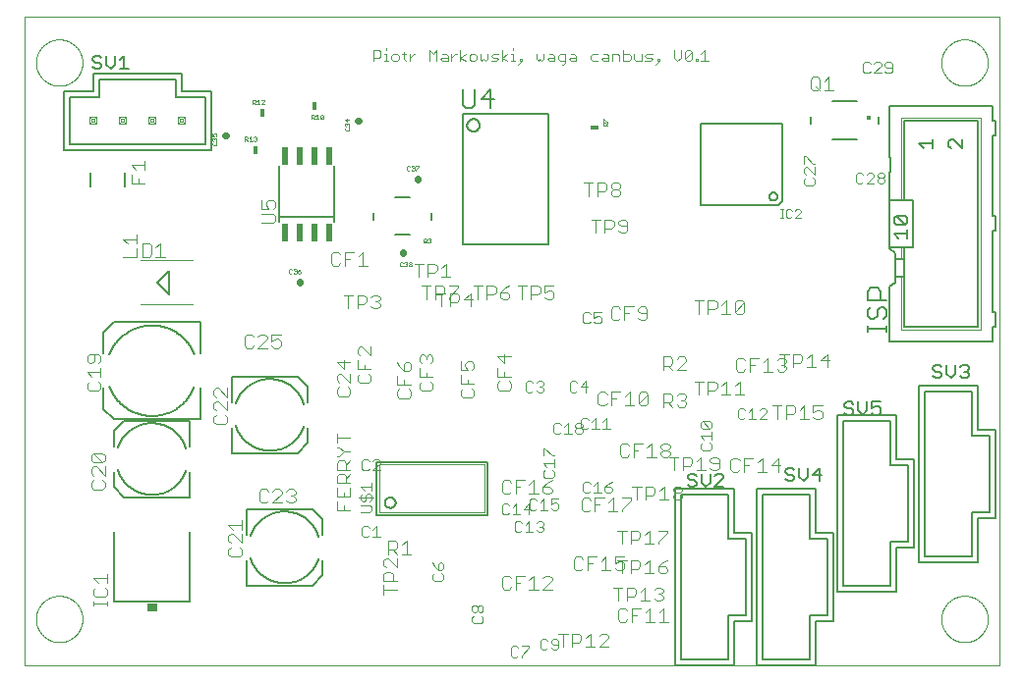
<source format=gto>
G75*
%MOIN*%
%OFA0B0*%
%FSLAX25Y25*%
%IPPOS*%
%LPD*%
%AMOC8*
5,1,8,0,0,1.08239X$1,22.5*
%
%ADD10C,0.00004*%
%ADD11C,0.00300*%
%ADD12C,0.00800*%
%ADD13C,0.00400*%
%ADD14C,0.02200*%
%ADD15C,0.00100*%
%ADD16R,0.03400X0.03000*%
%ADD17C,0.00600*%
%ADD18C,0.01433*%
%ADD19R,0.01800X0.03000*%
%ADD20R,0.03000X0.01800*%
%ADD21C,0.00500*%
%ADD22C,0.00200*%
%ADD23C,0.00700*%
%ADD24R,0.01930X0.05984*%
D10*
X0008565Y0001698D02*
X0008565Y0222171D01*
X0339274Y0222171D01*
X0339274Y0001698D01*
X0008565Y0001698D01*
X0012502Y0017446D02*
X0012504Y0017639D01*
X0012511Y0017832D01*
X0012523Y0018025D01*
X0012540Y0018218D01*
X0012561Y0018410D01*
X0012587Y0018601D01*
X0012618Y0018792D01*
X0012653Y0018982D01*
X0012693Y0019171D01*
X0012738Y0019359D01*
X0012787Y0019546D01*
X0012841Y0019732D01*
X0012899Y0019916D01*
X0012962Y0020099D01*
X0013030Y0020280D01*
X0013101Y0020459D01*
X0013178Y0020637D01*
X0013258Y0020813D01*
X0013343Y0020986D01*
X0013432Y0021158D01*
X0013525Y0021327D01*
X0013622Y0021494D01*
X0013724Y0021659D01*
X0013829Y0021821D01*
X0013938Y0021980D01*
X0014052Y0022137D01*
X0014169Y0022290D01*
X0014289Y0022441D01*
X0014414Y0022589D01*
X0014542Y0022734D01*
X0014673Y0022875D01*
X0014808Y0023014D01*
X0014947Y0023149D01*
X0015088Y0023280D01*
X0015233Y0023408D01*
X0015381Y0023533D01*
X0015532Y0023653D01*
X0015685Y0023770D01*
X0015842Y0023884D01*
X0016001Y0023993D01*
X0016163Y0024098D01*
X0016328Y0024200D01*
X0016495Y0024297D01*
X0016664Y0024390D01*
X0016836Y0024479D01*
X0017009Y0024564D01*
X0017185Y0024644D01*
X0017363Y0024721D01*
X0017542Y0024792D01*
X0017723Y0024860D01*
X0017906Y0024923D01*
X0018090Y0024981D01*
X0018276Y0025035D01*
X0018463Y0025084D01*
X0018651Y0025129D01*
X0018840Y0025169D01*
X0019030Y0025204D01*
X0019221Y0025235D01*
X0019412Y0025261D01*
X0019604Y0025282D01*
X0019797Y0025299D01*
X0019990Y0025311D01*
X0020183Y0025318D01*
X0020376Y0025320D01*
X0020569Y0025318D01*
X0020762Y0025311D01*
X0020955Y0025299D01*
X0021148Y0025282D01*
X0021340Y0025261D01*
X0021531Y0025235D01*
X0021722Y0025204D01*
X0021912Y0025169D01*
X0022101Y0025129D01*
X0022289Y0025084D01*
X0022476Y0025035D01*
X0022662Y0024981D01*
X0022846Y0024923D01*
X0023029Y0024860D01*
X0023210Y0024792D01*
X0023389Y0024721D01*
X0023567Y0024644D01*
X0023743Y0024564D01*
X0023916Y0024479D01*
X0024088Y0024390D01*
X0024257Y0024297D01*
X0024424Y0024200D01*
X0024589Y0024098D01*
X0024751Y0023993D01*
X0024910Y0023884D01*
X0025067Y0023770D01*
X0025220Y0023653D01*
X0025371Y0023533D01*
X0025519Y0023408D01*
X0025664Y0023280D01*
X0025805Y0023149D01*
X0025944Y0023014D01*
X0026079Y0022875D01*
X0026210Y0022734D01*
X0026338Y0022589D01*
X0026463Y0022441D01*
X0026583Y0022290D01*
X0026700Y0022137D01*
X0026814Y0021980D01*
X0026923Y0021821D01*
X0027028Y0021659D01*
X0027130Y0021494D01*
X0027227Y0021327D01*
X0027320Y0021158D01*
X0027409Y0020986D01*
X0027494Y0020813D01*
X0027574Y0020637D01*
X0027651Y0020459D01*
X0027722Y0020280D01*
X0027790Y0020099D01*
X0027853Y0019916D01*
X0027911Y0019732D01*
X0027965Y0019546D01*
X0028014Y0019359D01*
X0028059Y0019171D01*
X0028099Y0018982D01*
X0028134Y0018792D01*
X0028165Y0018601D01*
X0028191Y0018410D01*
X0028212Y0018218D01*
X0028229Y0018025D01*
X0028241Y0017832D01*
X0028248Y0017639D01*
X0028250Y0017446D01*
X0028248Y0017253D01*
X0028241Y0017060D01*
X0028229Y0016867D01*
X0028212Y0016674D01*
X0028191Y0016482D01*
X0028165Y0016291D01*
X0028134Y0016100D01*
X0028099Y0015910D01*
X0028059Y0015721D01*
X0028014Y0015533D01*
X0027965Y0015346D01*
X0027911Y0015160D01*
X0027853Y0014976D01*
X0027790Y0014793D01*
X0027722Y0014612D01*
X0027651Y0014433D01*
X0027574Y0014255D01*
X0027494Y0014079D01*
X0027409Y0013906D01*
X0027320Y0013734D01*
X0027227Y0013565D01*
X0027130Y0013398D01*
X0027028Y0013233D01*
X0026923Y0013071D01*
X0026814Y0012912D01*
X0026700Y0012755D01*
X0026583Y0012602D01*
X0026463Y0012451D01*
X0026338Y0012303D01*
X0026210Y0012158D01*
X0026079Y0012017D01*
X0025944Y0011878D01*
X0025805Y0011743D01*
X0025664Y0011612D01*
X0025519Y0011484D01*
X0025371Y0011359D01*
X0025220Y0011239D01*
X0025067Y0011122D01*
X0024910Y0011008D01*
X0024751Y0010899D01*
X0024589Y0010794D01*
X0024424Y0010692D01*
X0024257Y0010595D01*
X0024088Y0010502D01*
X0023916Y0010413D01*
X0023743Y0010328D01*
X0023567Y0010248D01*
X0023389Y0010171D01*
X0023210Y0010100D01*
X0023029Y0010032D01*
X0022846Y0009969D01*
X0022662Y0009911D01*
X0022476Y0009857D01*
X0022289Y0009808D01*
X0022101Y0009763D01*
X0021912Y0009723D01*
X0021722Y0009688D01*
X0021531Y0009657D01*
X0021340Y0009631D01*
X0021148Y0009610D01*
X0020955Y0009593D01*
X0020762Y0009581D01*
X0020569Y0009574D01*
X0020376Y0009572D01*
X0020183Y0009574D01*
X0019990Y0009581D01*
X0019797Y0009593D01*
X0019604Y0009610D01*
X0019412Y0009631D01*
X0019221Y0009657D01*
X0019030Y0009688D01*
X0018840Y0009723D01*
X0018651Y0009763D01*
X0018463Y0009808D01*
X0018276Y0009857D01*
X0018090Y0009911D01*
X0017906Y0009969D01*
X0017723Y0010032D01*
X0017542Y0010100D01*
X0017363Y0010171D01*
X0017185Y0010248D01*
X0017009Y0010328D01*
X0016836Y0010413D01*
X0016664Y0010502D01*
X0016495Y0010595D01*
X0016328Y0010692D01*
X0016163Y0010794D01*
X0016001Y0010899D01*
X0015842Y0011008D01*
X0015685Y0011122D01*
X0015532Y0011239D01*
X0015381Y0011359D01*
X0015233Y0011484D01*
X0015088Y0011612D01*
X0014947Y0011743D01*
X0014808Y0011878D01*
X0014673Y0012017D01*
X0014542Y0012158D01*
X0014414Y0012303D01*
X0014289Y0012451D01*
X0014169Y0012602D01*
X0014052Y0012755D01*
X0013938Y0012912D01*
X0013829Y0013071D01*
X0013724Y0013233D01*
X0013622Y0013398D01*
X0013525Y0013565D01*
X0013432Y0013734D01*
X0013343Y0013906D01*
X0013258Y0014079D01*
X0013178Y0014255D01*
X0013101Y0014433D01*
X0013030Y0014612D01*
X0012962Y0014793D01*
X0012899Y0014976D01*
X0012841Y0015160D01*
X0012787Y0015346D01*
X0012738Y0015533D01*
X0012693Y0015721D01*
X0012653Y0015910D01*
X0012618Y0016100D01*
X0012587Y0016291D01*
X0012561Y0016482D01*
X0012540Y0016674D01*
X0012523Y0016867D01*
X0012511Y0017060D01*
X0012504Y0017253D01*
X0012502Y0017446D01*
X0030545Y0185542D02*
X0033045Y0185542D01*
X0032245Y0186342D01*
X0031345Y0186342D01*
X0030545Y0185542D01*
X0030545Y0188042D01*
X0033045Y0188042D01*
X0033045Y0185542D01*
X0032245Y0186342D02*
X0032245Y0187242D01*
X0033045Y0188042D01*
X0032245Y0187242D02*
X0031345Y0187242D01*
X0031345Y0186342D01*
X0031345Y0187242D02*
X0030545Y0188042D01*
X0040545Y0188042D02*
X0040545Y0185542D01*
X0043045Y0185542D01*
X0042245Y0186342D01*
X0042245Y0187242D01*
X0043045Y0188042D01*
X0043045Y0185542D01*
X0042245Y0186342D02*
X0041345Y0186342D01*
X0040545Y0185542D01*
X0041345Y0186342D02*
X0041345Y0187242D01*
X0040545Y0188042D01*
X0043045Y0188042D01*
X0042245Y0187242D02*
X0041345Y0187242D01*
X0050545Y0188042D02*
X0050545Y0185542D01*
X0053045Y0185542D01*
X0052245Y0186342D01*
X0051345Y0186342D01*
X0050545Y0185542D01*
X0051345Y0186342D02*
X0051345Y0187242D01*
X0052245Y0187242D01*
X0053045Y0188042D01*
X0050545Y0188042D01*
X0051345Y0187242D01*
X0052245Y0187242D02*
X0052245Y0186342D01*
X0053045Y0185542D02*
X0053045Y0188042D01*
X0060545Y0188042D02*
X0060545Y0185542D01*
X0063045Y0185542D01*
X0063045Y0188042D01*
X0062245Y0187242D01*
X0062245Y0186342D01*
X0063045Y0185542D01*
X0062245Y0186342D02*
X0061345Y0186342D01*
X0060545Y0185542D01*
X0061345Y0186342D02*
X0061345Y0187242D01*
X0062245Y0187242D01*
X0061345Y0187242D02*
X0060545Y0188042D01*
X0063045Y0188042D01*
X0012502Y0206423D02*
X0012504Y0206616D01*
X0012511Y0206809D01*
X0012523Y0207002D01*
X0012540Y0207195D01*
X0012561Y0207387D01*
X0012587Y0207578D01*
X0012618Y0207769D01*
X0012653Y0207959D01*
X0012693Y0208148D01*
X0012738Y0208336D01*
X0012787Y0208523D01*
X0012841Y0208709D01*
X0012899Y0208893D01*
X0012962Y0209076D01*
X0013030Y0209257D01*
X0013101Y0209436D01*
X0013178Y0209614D01*
X0013258Y0209790D01*
X0013343Y0209963D01*
X0013432Y0210135D01*
X0013525Y0210304D01*
X0013622Y0210471D01*
X0013724Y0210636D01*
X0013829Y0210798D01*
X0013938Y0210957D01*
X0014052Y0211114D01*
X0014169Y0211267D01*
X0014289Y0211418D01*
X0014414Y0211566D01*
X0014542Y0211711D01*
X0014673Y0211852D01*
X0014808Y0211991D01*
X0014947Y0212126D01*
X0015088Y0212257D01*
X0015233Y0212385D01*
X0015381Y0212510D01*
X0015532Y0212630D01*
X0015685Y0212747D01*
X0015842Y0212861D01*
X0016001Y0212970D01*
X0016163Y0213075D01*
X0016328Y0213177D01*
X0016495Y0213274D01*
X0016664Y0213367D01*
X0016836Y0213456D01*
X0017009Y0213541D01*
X0017185Y0213621D01*
X0017363Y0213698D01*
X0017542Y0213769D01*
X0017723Y0213837D01*
X0017906Y0213900D01*
X0018090Y0213958D01*
X0018276Y0214012D01*
X0018463Y0214061D01*
X0018651Y0214106D01*
X0018840Y0214146D01*
X0019030Y0214181D01*
X0019221Y0214212D01*
X0019412Y0214238D01*
X0019604Y0214259D01*
X0019797Y0214276D01*
X0019990Y0214288D01*
X0020183Y0214295D01*
X0020376Y0214297D01*
X0020569Y0214295D01*
X0020762Y0214288D01*
X0020955Y0214276D01*
X0021148Y0214259D01*
X0021340Y0214238D01*
X0021531Y0214212D01*
X0021722Y0214181D01*
X0021912Y0214146D01*
X0022101Y0214106D01*
X0022289Y0214061D01*
X0022476Y0214012D01*
X0022662Y0213958D01*
X0022846Y0213900D01*
X0023029Y0213837D01*
X0023210Y0213769D01*
X0023389Y0213698D01*
X0023567Y0213621D01*
X0023743Y0213541D01*
X0023916Y0213456D01*
X0024088Y0213367D01*
X0024257Y0213274D01*
X0024424Y0213177D01*
X0024589Y0213075D01*
X0024751Y0212970D01*
X0024910Y0212861D01*
X0025067Y0212747D01*
X0025220Y0212630D01*
X0025371Y0212510D01*
X0025519Y0212385D01*
X0025664Y0212257D01*
X0025805Y0212126D01*
X0025944Y0211991D01*
X0026079Y0211852D01*
X0026210Y0211711D01*
X0026338Y0211566D01*
X0026463Y0211418D01*
X0026583Y0211267D01*
X0026700Y0211114D01*
X0026814Y0210957D01*
X0026923Y0210798D01*
X0027028Y0210636D01*
X0027130Y0210471D01*
X0027227Y0210304D01*
X0027320Y0210135D01*
X0027409Y0209963D01*
X0027494Y0209790D01*
X0027574Y0209614D01*
X0027651Y0209436D01*
X0027722Y0209257D01*
X0027790Y0209076D01*
X0027853Y0208893D01*
X0027911Y0208709D01*
X0027965Y0208523D01*
X0028014Y0208336D01*
X0028059Y0208148D01*
X0028099Y0207959D01*
X0028134Y0207769D01*
X0028165Y0207578D01*
X0028191Y0207387D01*
X0028212Y0207195D01*
X0028229Y0207002D01*
X0028241Y0206809D01*
X0028248Y0206616D01*
X0028250Y0206423D01*
X0028248Y0206230D01*
X0028241Y0206037D01*
X0028229Y0205844D01*
X0028212Y0205651D01*
X0028191Y0205459D01*
X0028165Y0205268D01*
X0028134Y0205077D01*
X0028099Y0204887D01*
X0028059Y0204698D01*
X0028014Y0204510D01*
X0027965Y0204323D01*
X0027911Y0204137D01*
X0027853Y0203953D01*
X0027790Y0203770D01*
X0027722Y0203589D01*
X0027651Y0203410D01*
X0027574Y0203232D01*
X0027494Y0203056D01*
X0027409Y0202883D01*
X0027320Y0202711D01*
X0027227Y0202542D01*
X0027130Y0202375D01*
X0027028Y0202210D01*
X0026923Y0202048D01*
X0026814Y0201889D01*
X0026700Y0201732D01*
X0026583Y0201579D01*
X0026463Y0201428D01*
X0026338Y0201280D01*
X0026210Y0201135D01*
X0026079Y0200994D01*
X0025944Y0200855D01*
X0025805Y0200720D01*
X0025664Y0200589D01*
X0025519Y0200461D01*
X0025371Y0200336D01*
X0025220Y0200216D01*
X0025067Y0200099D01*
X0024910Y0199985D01*
X0024751Y0199876D01*
X0024589Y0199771D01*
X0024424Y0199669D01*
X0024257Y0199572D01*
X0024088Y0199479D01*
X0023916Y0199390D01*
X0023743Y0199305D01*
X0023567Y0199225D01*
X0023389Y0199148D01*
X0023210Y0199077D01*
X0023029Y0199009D01*
X0022846Y0198946D01*
X0022662Y0198888D01*
X0022476Y0198834D01*
X0022289Y0198785D01*
X0022101Y0198740D01*
X0021912Y0198700D01*
X0021722Y0198665D01*
X0021531Y0198634D01*
X0021340Y0198608D01*
X0021148Y0198587D01*
X0020955Y0198570D01*
X0020762Y0198558D01*
X0020569Y0198551D01*
X0020376Y0198549D01*
X0020183Y0198551D01*
X0019990Y0198558D01*
X0019797Y0198570D01*
X0019604Y0198587D01*
X0019412Y0198608D01*
X0019221Y0198634D01*
X0019030Y0198665D01*
X0018840Y0198700D01*
X0018651Y0198740D01*
X0018463Y0198785D01*
X0018276Y0198834D01*
X0018090Y0198888D01*
X0017906Y0198946D01*
X0017723Y0199009D01*
X0017542Y0199077D01*
X0017363Y0199148D01*
X0017185Y0199225D01*
X0017009Y0199305D01*
X0016836Y0199390D01*
X0016664Y0199479D01*
X0016495Y0199572D01*
X0016328Y0199669D01*
X0016163Y0199771D01*
X0016001Y0199876D01*
X0015842Y0199985D01*
X0015685Y0200099D01*
X0015532Y0200216D01*
X0015381Y0200336D01*
X0015233Y0200461D01*
X0015088Y0200589D01*
X0014947Y0200720D01*
X0014808Y0200855D01*
X0014673Y0200994D01*
X0014542Y0201135D01*
X0014414Y0201280D01*
X0014289Y0201428D01*
X0014169Y0201579D01*
X0014052Y0201732D01*
X0013938Y0201889D01*
X0013829Y0202048D01*
X0013724Y0202210D01*
X0013622Y0202375D01*
X0013525Y0202542D01*
X0013432Y0202711D01*
X0013343Y0202883D01*
X0013258Y0203056D01*
X0013178Y0203232D01*
X0013101Y0203410D01*
X0013030Y0203589D01*
X0012962Y0203770D01*
X0012899Y0203953D01*
X0012841Y0204137D01*
X0012787Y0204323D01*
X0012738Y0204510D01*
X0012693Y0204698D01*
X0012653Y0204887D01*
X0012618Y0205077D01*
X0012587Y0205268D01*
X0012561Y0205459D01*
X0012540Y0205651D01*
X0012523Y0205844D01*
X0012511Y0206037D01*
X0012504Y0206230D01*
X0012502Y0206423D01*
X0319589Y0206423D02*
X0319591Y0206616D01*
X0319598Y0206809D01*
X0319610Y0207002D01*
X0319627Y0207195D01*
X0319648Y0207387D01*
X0319674Y0207578D01*
X0319705Y0207769D01*
X0319740Y0207959D01*
X0319780Y0208148D01*
X0319825Y0208336D01*
X0319874Y0208523D01*
X0319928Y0208709D01*
X0319986Y0208893D01*
X0320049Y0209076D01*
X0320117Y0209257D01*
X0320188Y0209436D01*
X0320265Y0209614D01*
X0320345Y0209790D01*
X0320430Y0209963D01*
X0320519Y0210135D01*
X0320612Y0210304D01*
X0320709Y0210471D01*
X0320811Y0210636D01*
X0320916Y0210798D01*
X0321025Y0210957D01*
X0321139Y0211114D01*
X0321256Y0211267D01*
X0321376Y0211418D01*
X0321501Y0211566D01*
X0321629Y0211711D01*
X0321760Y0211852D01*
X0321895Y0211991D01*
X0322034Y0212126D01*
X0322175Y0212257D01*
X0322320Y0212385D01*
X0322468Y0212510D01*
X0322619Y0212630D01*
X0322772Y0212747D01*
X0322929Y0212861D01*
X0323088Y0212970D01*
X0323250Y0213075D01*
X0323415Y0213177D01*
X0323582Y0213274D01*
X0323751Y0213367D01*
X0323923Y0213456D01*
X0324096Y0213541D01*
X0324272Y0213621D01*
X0324450Y0213698D01*
X0324629Y0213769D01*
X0324810Y0213837D01*
X0324993Y0213900D01*
X0325177Y0213958D01*
X0325363Y0214012D01*
X0325550Y0214061D01*
X0325738Y0214106D01*
X0325927Y0214146D01*
X0326117Y0214181D01*
X0326308Y0214212D01*
X0326499Y0214238D01*
X0326691Y0214259D01*
X0326884Y0214276D01*
X0327077Y0214288D01*
X0327270Y0214295D01*
X0327463Y0214297D01*
X0327656Y0214295D01*
X0327849Y0214288D01*
X0328042Y0214276D01*
X0328235Y0214259D01*
X0328427Y0214238D01*
X0328618Y0214212D01*
X0328809Y0214181D01*
X0328999Y0214146D01*
X0329188Y0214106D01*
X0329376Y0214061D01*
X0329563Y0214012D01*
X0329749Y0213958D01*
X0329933Y0213900D01*
X0330116Y0213837D01*
X0330297Y0213769D01*
X0330476Y0213698D01*
X0330654Y0213621D01*
X0330830Y0213541D01*
X0331003Y0213456D01*
X0331175Y0213367D01*
X0331344Y0213274D01*
X0331511Y0213177D01*
X0331676Y0213075D01*
X0331838Y0212970D01*
X0331997Y0212861D01*
X0332154Y0212747D01*
X0332307Y0212630D01*
X0332458Y0212510D01*
X0332606Y0212385D01*
X0332751Y0212257D01*
X0332892Y0212126D01*
X0333031Y0211991D01*
X0333166Y0211852D01*
X0333297Y0211711D01*
X0333425Y0211566D01*
X0333550Y0211418D01*
X0333670Y0211267D01*
X0333787Y0211114D01*
X0333901Y0210957D01*
X0334010Y0210798D01*
X0334115Y0210636D01*
X0334217Y0210471D01*
X0334314Y0210304D01*
X0334407Y0210135D01*
X0334496Y0209963D01*
X0334581Y0209790D01*
X0334661Y0209614D01*
X0334738Y0209436D01*
X0334809Y0209257D01*
X0334877Y0209076D01*
X0334940Y0208893D01*
X0334998Y0208709D01*
X0335052Y0208523D01*
X0335101Y0208336D01*
X0335146Y0208148D01*
X0335186Y0207959D01*
X0335221Y0207769D01*
X0335252Y0207578D01*
X0335278Y0207387D01*
X0335299Y0207195D01*
X0335316Y0207002D01*
X0335328Y0206809D01*
X0335335Y0206616D01*
X0335337Y0206423D01*
X0335335Y0206230D01*
X0335328Y0206037D01*
X0335316Y0205844D01*
X0335299Y0205651D01*
X0335278Y0205459D01*
X0335252Y0205268D01*
X0335221Y0205077D01*
X0335186Y0204887D01*
X0335146Y0204698D01*
X0335101Y0204510D01*
X0335052Y0204323D01*
X0334998Y0204137D01*
X0334940Y0203953D01*
X0334877Y0203770D01*
X0334809Y0203589D01*
X0334738Y0203410D01*
X0334661Y0203232D01*
X0334581Y0203056D01*
X0334496Y0202883D01*
X0334407Y0202711D01*
X0334314Y0202542D01*
X0334217Y0202375D01*
X0334115Y0202210D01*
X0334010Y0202048D01*
X0333901Y0201889D01*
X0333787Y0201732D01*
X0333670Y0201579D01*
X0333550Y0201428D01*
X0333425Y0201280D01*
X0333297Y0201135D01*
X0333166Y0200994D01*
X0333031Y0200855D01*
X0332892Y0200720D01*
X0332751Y0200589D01*
X0332606Y0200461D01*
X0332458Y0200336D01*
X0332307Y0200216D01*
X0332154Y0200099D01*
X0331997Y0199985D01*
X0331838Y0199876D01*
X0331676Y0199771D01*
X0331511Y0199669D01*
X0331344Y0199572D01*
X0331175Y0199479D01*
X0331003Y0199390D01*
X0330830Y0199305D01*
X0330654Y0199225D01*
X0330476Y0199148D01*
X0330297Y0199077D01*
X0330116Y0199009D01*
X0329933Y0198946D01*
X0329749Y0198888D01*
X0329563Y0198834D01*
X0329376Y0198785D01*
X0329188Y0198740D01*
X0328999Y0198700D01*
X0328809Y0198665D01*
X0328618Y0198634D01*
X0328427Y0198608D01*
X0328235Y0198587D01*
X0328042Y0198570D01*
X0327849Y0198558D01*
X0327656Y0198551D01*
X0327463Y0198549D01*
X0327270Y0198551D01*
X0327077Y0198558D01*
X0326884Y0198570D01*
X0326691Y0198587D01*
X0326499Y0198608D01*
X0326308Y0198634D01*
X0326117Y0198665D01*
X0325927Y0198700D01*
X0325738Y0198740D01*
X0325550Y0198785D01*
X0325363Y0198834D01*
X0325177Y0198888D01*
X0324993Y0198946D01*
X0324810Y0199009D01*
X0324629Y0199077D01*
X0324450Y0199148D01*
X0324272Y0199225D01*
X0324096Y0199305D01*
X0323923Y0199390D01*
X0323751Y0199479D01*
X0323582Y0199572D01*
X0323415Y0199669D01*
X0323250Y0199771D01*
X0323088Y0199876D01*
X0322929Y0199985D01*
X0322772Y0200099D01*
X0322619Y0200216D01*
X0322468Y0200336D01*
X0322320Y0200461D01*
X0322175Y0200589D01*
X0322034Y0200720D01*
X0321895Y0200855D01*
X0321760Y0200994D01*
X0321629Y0201135D01*
X0321501Y0201280D01*
X0321376Y0201428D01*
X0321256Y0201579D01*
X0321139Y0201732D01*
X0321025Y0201889D01*
X0320916Y0202048D01*
X0320811Y0202210D01*
X0320709Y0202375D01*
X0320612Y0202542D01*
X0320519Y0202711D01*
X0320430Y0202883D01*
X0320345Y0203056D01*
X0320265Y0203232D01*
X0320188Y0203410D01*
X0320117Y0203589D01*
X0320049Y0203770D01*
X0319986Y0203953D01*
X0319928Y0204137D01*
X0319874Y0204323D01*
X0319825Y0204510D01*
X0319780Y0204698D01*
X0319740Y0204887D01*
X0319705Y0205077D01*
X0319674Y0205268D01*
X0319648Y0205459D01*
X0319627Y0205651D01*
X0319610Y0205844D01*
X0319598Y0206037D01*
X0319591Y0206230D01*
X0319589Y0206423D01*
X0319589Y0017446D02*
X0319591Y0017639D01*
X0319598Y0017832D01*
X0319610Y0018025D01*
X0319627Y0018218D01*
X0319648Y0018410D01*
X0319674Y0018601D01*
X0319705Y0018792D01*
X0319740Y0018982D01*
X0319780Y0019171D01*
X0319825Y0019359D01*
X0319874Y0019546D01*
X0319928Y0019732D01*
X0319986Y0019916D01*
X0320049Y0020099D01*
X0320117Y0020280D01*
X0320188Y0020459D01*
X0320265Y0020637D01*
X0320345Y0020813D01*
X0320430Y0020986D01*
X0320519Y0021158D01*
X0320612Y0021327D01*
X0320709Y0021494D01*
X0320811Y0021659D01*
X0320916Y0021821D01*
X0321025Y0021980D01*
X0321139Y0022137D01*
X0321256Y0022290D01*
X0321376Y0022441D01*
X0321501Y0022589D01*
X0321629Y0022734D01*
X0321760Y0022875D01*
X0321895Y0023014D01*
X0322034Y0023149D01*
X0322175Y0023280D01*
X0322320Y0023408D01*
X0322468Y0023533D01*
X0322619Y0023653D01*
X0322772Y0023770D01*
X0322929Y0023884D01*
X0323088Y0023993D01*
X0323250Y0024098D01*
X0323415Y0024200D01*
X0323582Y0024297D01*
X0323751Y0024390D01*
X0323923Y0024479D01*
X0324096Y0024564D01*
X0324272Y0024644D01*
X0324450Y0024721D01*
X0324629Y0024792D01*
X0324810Y0024860D01*
X0324993Y0024923D01*
X0325177Y0024981D01*
X0325363Y0025035D01*
X0325550Y0025084D01*
X0325738Y0025129D01*
X0325927Y0025169D01*
X0326117Y0025204D01*
X0326308Y0025235D01*
X0326499Y0025261D01*
X0326691Y0025282D01*
X0326884Y0025299D01*
X0327077Y0025311D01*
X0327270Y0025318D01*
X0327463Y0025320D01*
X0327656Y0025318D01*
X0327849Y0025311D01*
X0328042Y0025299D01*
X0328235Y0025282D01*
X0328427Y0025261D01*
X0328618Y0025235D01*
X0328809Y0025204D01*
X0328999Y0025169D01*
X0329188Y0025129D01*
X0329376Y0025084D01*
X0329563Y0025035D01*
X0329749Y0024981D01*
X0329933Y0024923D01*
X0330116Y0024860D01*
X0330297Y0024792D01*
X0330476Y0024721D01*
X0330654Y0024644D01*
X0330830Y0024564D01*
X0331003Y0024479D01*
X0331175Y0024390D01*
X0331344Y0024297D01*
X0331511Y0024200D01*
X0331676Y0024098D01*
X0331838Y0023993D01*
X0331997Y0023884D01*
X0332154Y0023770D01*
X0332307Y0023653D01*
X0332458Y0023533D01*
X0332606Y0023408D01*
X0332751Y0023280D01*
X0332892Y0023149D01*
X0333031Y0023014D01*
X0333166Y0022875D01*
X0333297Y0022734D01*
X0333425Y0022589D01*
X0333550Y0022441D01*
X0333670Y0022290D01*
X0333787Y0022137D01*
X0333901Y0021980D01*
X0334010Y0021821D01*
X0334115Y0021659D01*
X0334217Y0021494D01*
X0334314Y0021327D01*
X0334407Y0021158D01*
X0334496Y0020986D01*
X0334581Y0020813D01*
X0334661Y0020637D01*
X0334738Y0020459D01*
X0334809Y0020280D01*
X0334877Y0020099D01*
X0334940Y0019916D01*
X0334998Y0019732D01*
X0335052Y0019546D01*
X0335101Y0019359D01*
X0335146Y0019171D01*
X0335186Y0018982D01*
X0335221Y0018792D01*
X0335252Y0018601D01*
X0335278Y0018410D01*
X0335299Y0018218D01*
X0335316Y0018025D01*
X0335328Y0017832D01*
X0335335Y0017639D01*
X0335337Y0017446D01*
X0335335Y0017253D01*
X0335328Y0017060D01*
X0335316Y0016867D01*
X0335299Y0016674D01*
X0335278Y0016482D01*
X0335252Y0016291D01*
X0335221Y0016100D01*
X0335186Y0015910D01*
X0335146Y0015721D01*
X0335101Y0015533D01*
X0335052Y0015346D01*
X0334998Y0015160D01*
X0334940Y0014976D01*
X0334877Y0014793D01*
X0334809Y0014612D01*
X0334738Y0014433D01*
X0334661Y0014255D01*
X0334581Y0014079D01*
X0334496Y0013906D01*
X0334407Y0013734D01*
X0334314Y0013565D01*
X0334217Y0013398D01*
X0334115Y0013233D01*
X0334010Y0013071D01*
X0333901Y0012912D01*
X0333787Y0012755D01*
X0333670Y0012602D01*
X0333550Y0012451D01*
X0333425Y0012303D01*
X0333297Y0012158D01*
X0333166Y0012017D01*
X0333031Y0011878D01*
X0332892Y0011743D01*
X0332751Y0011612D01*
X0332606Y0011484D01*
X0332458Y0011359D01*
X0332307Y0011239D01*
X0332154Y0011122D01*
X0331997Y0011008D01*
X0331838Y0010899D01*
X0331676Y0010794D01*
X0331511Y0010692D01*
X0331344Y0010595D01*
X0331175Y0010502D01*
X0331003Y0010413D01*
X0330830Y0010328D01*
X0330654Y0010248D01*
X0330476Y0010171D01*
X0330297Y0010100D01*
X0330116Y0010032D01*
X0329933Y0009969D01*
X0329749Y0009911D01*
X0329563Y0009857D01*
X0329376Y0009808D01*
X0329188Y0009763D01*
X0328999Y0009723D01*
X0328809Y0009688D01*
X0328618Y0009657D01*
X0328427Y0009631D01*
X0328235Y0009610D01*
X0328042Y0009593D01*
X0327849Y0009581D01*
X0327656Y0009574D01*
X0327463Y0009572D01*
X0327270Y0009574D01*
X0327077Y0009581D01*
X0326884Y0009593D01*
X0326691Y0009610D01*
X0326499Y0009631D01*
X0326308Y0009657D01*
X0326117Y0009688D01*
X0325927Y0009723D01*
X0325738Y0009763D01*
X0325550Y0009808D01*
X0325363Y0009857D01*
X0325177Y0009911D01*
X0324993Y0009969D01*
X0324810Y0010032D01*
X0324629Y0010100D01*
X0324450Y0010171D01*
X0324272Y0010248D01*
X0324096Y0010328D01*
X0323923Y0010413D01*
X0323751Y0010502D01*
X0323582Y0010595D01*
X0323415Y0010692D01*
X0323250Y0010794D01*
X0323088Y0010899D01*
X0322929Y0011008D01*
X0322772Y0011122D01*
X0322619Y0011239D01*
X0322468Y0011359D01*
X0322320Y0011484D01*
X0322175Y0011612D01*
X0322034Y0011743D01*
X0321895Y0011878D01*
X0321760Y0012017D01*
X0321629Y0012158D01*
X0321501Y0012303D01*
X0321376Y0012451D01*
X0321256Y0012602D01*
X0321139Y0012755D01*
X0321025Y0012912D01*
X0320916Y0013071D01*
X0320811Y0013233D01*
X0320709Y0013398D01*
X0320612Y0013565D01*
X0320519Y0013734D01*
X0320430Y0013906D01*
X0320345Y0014079D01*
X0320265Y0014255D01*
X0320188Y0014433D01*
X0320117Y0014612D01*
X0320049Y0014793D01*
X0319986Y0014976D01*
X0319928Y0015160D01*
X0319874Y0015346D01*
X0319825Y0015533D01*
X0319780Y0015721D01*
X0319740Y0015910D01*
X0319705Y0016100D01*
X0319674Y0016291D01*
X0319648Y0016482D01*
X0319627Y0016674D01*
X0319610Y0016867D01*
X0319598Y0017060D01*
X0319591Y0017253D01*
X0319589Y0017446D01*
D11*
X0241595Y0075455D02*
X0241595Y0076689D01*
X0240978Y0077306D01*
X0241595Y0078521D02*
X0241595Y0080989D01*
X0241595Y0079755D02*
X0237892Y0079755D01*
X0239126Y0078521D01*
X0238509Y0077306D02*
X0237892Y0076689D01*
X0237892Y0075455D01*
X0238509Y0074838D01*
X0240978Y0074838D01*
X0241595Y0075455D01*
X0240978Y0082204D02*
X0238509Y0082204D01*
X0237892Y0082821D01*
X0237892Y0084055D01*
X0238509Y0084673D01*
X0240978Y0082204D01*
X0241595Y0082821D01*
X0241595Y0084055D01*
X0240978Y0084673D01*
X0238509Y0084673D01*
X0250513Y0086012D02*
X0251130Y0085395D01*
X0252365Y0085395D01*
X0252982Y0086012D01*
X0254196Y0085395D02*
X0256665Y0085395D01*
X0257879Y0085395D02*
X0260348Y0087864D01*
X0260348Y0088481D01*
X0259731Y0089098D01*
X0258496Y0089098D01*
X0257879Y0088481D01*
X0255431Y0089098D02*
X0255431Y0085395D01*
X0257879Y0085395D02*
X0260348Y0085395D01*
X0255431Y0089098D02*
X0254196Y0087864D01*
X0252982Y0088481D02*
X0252365Y0089098D01*
X0251130Y0089098D01*
X0250513Y0088481D01*
X0250513Y0086012D01*
X0207173Y0082005D02*
X0204704Y0082005D01*
X0203489Y0082005D02*
X0201021Y0082005D01*
X0202255Y0082005D02*
X0202255Y0085708D01*
X0201021Y0084474D01*
X0199806Y0085091D02*
X0199189Y0085708D01*
X0197955Y0085708D01*
X0197338Y0085091D01*
X0197338Y0082622D01*
X0197955Y0082005D01*
X0199189Y0082005D01*
X0199806Y0082622D01*
X0197848Y0082864D02*
X0197231Y0082246D01*
X0195996Y0082246D01*
X0195379Y0082864D01*
X0195379Y0083481D01*
X0195996Y0084098D01*
X0197231Y0084098D01*
X0197848Y0083481D01*
X0197848Y0082864D01*
X0197231Y0082246D02*
X0197848Y0081629D01*
X0197848Y0081012D01*
X0197231Y0080395D01*
X0195996Y0080395D01*
X0195379Y0081012D01*
X0195379Y0081629D01*
X0195996Y0082246D01*
X0194165Y0080395D02*
X0191696Y0080395D01*
X0192931Y0080395D02*
X0192931Y0084098D01*
X0191696Y0082864D01*
X0190482Y0083481D02*
X0189865Y0084098D01*
X0188630Y0084098D01*
X0188013Y0083481D01*
X0188013Y0081012D01*
X0188630Y0080395D01*
X0189865Y0080395D01*
X0190482Y0081012D01*
X0185119Y0075348D02*
X0184502Y0075348D01*
X0184502Y0072879D01*
X0184502Y0070431D02*
X0188205Y0070431D01*
X0188205Y0071665D02*
X0188205Y0069196D01*
X0187588Y0067982D02*
X0188205Y0067365D01*
X0188205Y0066130D01*
X0187588Y0065513D01*
X0185119Y0065513D01*
X0184502Y0066130D01*
X0184502Y0067365D01*
X0185119Y0067982D01*
X0185736Y0069196D02*
X0184502Y0070431D01*
X0187588Y0072879D02*
X0188205Y0072879D01*
X0187588Y0072879D02*
X0185119Y0075348D01*
X0198013Y0063481D02*
X0198013Y0061012D01*
X0198630Y0060395D01*
X0199865Y0060395D01*
X0200482Y0061012D01*
X0201696Y0060395D02*
X0204165Y0060395D01*
X0202931Y0060395D02*
X0202931Y0064098D01*
X0201696Y0062864D01*
X0200482Y0063481D02*
X0199865Y0064098D01*
X0198630Y0064098D01*
X0198013Y0063481D01*
X0205379Y0062246D02*
X0207231Y0062246D01*
X0207848Y0061629D01*
X0207848Y0061012D01*
X0207231Y0060395D01*
X0205996Y0060395D01*
X0205379Y0061012D01*
X0205379Y0062246D01*
X0206614Y0063481D01*
X0207848Y0064098D01*
X0189673Y0058208D02*
X0187204Y0058208D01*
X0187204Y0056357D01*
X0188438Y0056974D01*
X0189055Y0056974D01*
X0189673Y0056357D01*
X0189673Y0055122D01*
X0189055Y0054505D01*
X0187821Y0054505D01*
X0187204Y0055122D01*
X0185989Y0054505D02*
X0183521Y0054505D01*
X0184755Y0054505D02*
X0184755Y0058208D01*
X0183521Y0056974D01*
X0182306Y0057591D02*
X0181689Y0058208D01*
X0180455Y0058208D01*
X0179838Y0057591D01*
X0179838Y0055122D01*
X0180455Y0054505D01*
X0181689Y0054505D01*
X0182306Y0055122D01*
X0180348Y0054746D02*
X0177879Y0054746D01*
X0179731Y0056598D01*
X0179731Y0052895D01*
X0179755Y0050708D02*
X0179755Y0047005D01*
X0178521Y0047005D02*
X0180989Y0047005D01*
X0182204Y0047622D02*
X0182821Y0047005D01*
X0184055Y0047005D01*
X0184673Y0047622D01*
X0184673Y0048240D01*
X0184055Y0048857D01*
X0183438Y0048857D01*
X0184055Y0048857D02*
X0184673Y0049474D01*
X0184673Y0050091D01*
X0184055Y0050708D01*
X0182821Y0050708D01*
X0182204Y0050091D01*
X0179755Y0050708D02*
X0178521Y0049474D01*
X0177306Y0050091D02*
X0176689Y0050708D01*
X0175455Y0050708D01*
X0174838Y0050091D01*
X0174838Y0047622D01*
X0175455Y0047005D01*
X0176689Y0047005D01*
X0177306Y0047622D01*
X0176665Y0052895D02*
X0174196Y0052895D01*
X0175431Y0052895D02*
X0175431Y0056598D01*
X0174196Y0055364D01*
X0172982Y0055981D02*
X0172365Y0056598D01*
X0171130Y0056598D01*
X0170513Y0055981D01*
X0170513Y0053512D01*
X0171130Y0052895D01*
X0172365Y0052895D01*
X0172982Y0053512D01*
X0150705Y0036048D02*
X0150088Y0036665D01*
X0149471Y0036665D01*
X0148854Y0036048D01*
X0148854Y0034196D01*
X0150088Y0034196D01*
X0150705Y0034813D01*
X0150705Y0036048D01*
X0148854Y0034196D02*
X0147619Y0035431D01*
X0147002Y0036665D01*
X0147619Y0032982D02*
X0147002Y0032365D01*
X0147002Y0031130D01*
X0147619Y0030513D01*
X0150088Y0030513D01*
X0150705Y0031130D01*
X0150705Y0032365D01*
X0150088Y0032982D01*
X0161009Y0022173D02*
X0161626Y0022173D01*
X0162243Y0021555D01*
X0162243Y0020321D01*
X0161626Y0019704D01*
X0161009Y0019704D01*
X0160392Y0020321D01*
X0160392Y0021555D01*
X0161009Y0022173D01*
X0162243Y0021555D02*
X0162860Y0022173D01*
X0163478Y0022173D01*
X0164095Y0021555D01*
X0164095Y0020321D01*
X0163478Y0019704D01*
X0162860Y0019704D01*
X0162243Y0020321D01*
X0161009Y0018489D02*
X0160392Y0017872D01*
X0160392Y0016638D01*
X0161009Y0016021D01*
X0163478Y0016021D01*
X0164095Y0016638D01*
X0164095Y0017872D01*
X0163478Y0018489D01*
X0174138Y0008208D02*
X0173521Y0007591D01*
X0173521Y0005122D01*
X0174138Y0004505D01*
X0175372Y0004505D01*
X0175989Y0005122D01*
X0177204Y0005122D02*
X0177204Y0004505D01*
X0177204Y0005122D02*
X0179673Y0007591D01*
X0179673Y0008208D01*
X0177204Y0008208D01*
X0175989Y0007591D02*
X0175372Y0008208D01*
X0174138Y0008208D01*
X0183521Y0007622D02*
X0184138Y0007005D01*
X0185372Y0007005D01*
X0185989Y0007622D01*
X0187204Y0007622D02*
X0187821Y0007005D01*
X0189055Y0007005D01*
X0189673Y0007622D01*
X0189673Y0010091D01*
X0189055Y0010708D01*
X0187821Y0010708D01*
X0187204Y0010091D01*
X0187204Y0009474D01*
X0187821Y0008857D01*
X0189673Y0008857D01*
X0185989Y0010091D02*
X0185372Y0010708D01*
X0184138Y0010708D01*
X0183521Y0010091D01*
X0183521Y0007622D01*
X0129165Y0045395D02*
X0126696Y0045395D01*
X0127931Y0045395D02*
X0127931Y0049098D01*
X0126696Y0047864D01*
X0125482Y0048481D02*
X0124865Y0049098D01*
X0123630Y0049098D01*
X0123013Y0048481D01*
X0123013Y0046012D01*
X0123630Y0045395D01*
X0124865Y0045395D01*
X0125482Y0046012D01*
X0124865Y0067895D02*
X0125482Y0068512D01*
X0124865Y0067895D02*
X0123630Y0067895D01*
X0123013Y0068512D01*
X0123013Y0070981D01*
X0123630Y0071598D01*
X0124865Y0071598D01*
X0125482Y0070981D01*
X0126696Y0070981D02*
X0127313Y0071598D01*
X0128548Y0071598D01*
X0129165Y0070981D01*
X0129165Y0070364D01*
X0126696Y0067895D01*
X0129165Y0067895D01*
X0178521Y0095122D02*
X0179138Y0094505D01*
X0180372Y0094505D01*
X0180989Y0095122D01*
X0182204Y0095122D02*
X0182821Y0094505D01*
X0184055Y0094505D01*
X0184673Y0095122D01*
X0184673Y0095740D01*
X0184055Y0096357D01*
X0183438Y0096357D01*
X0184055Y0096357D02*
X0184673Y0096974D01*
X0184673Y0097591D01*
X0184055Y0098208D01*
X0182821Y0098208D01*
X0182204Y0097591D01*
X0180989Y0097591D02*
X0180372Y0098208D01*
X0179138Y0098208D01*
X0178521Y0097591D01*
X0178521Y0095122D01*
X0193521Y0095122D02*
X0194138Y0094505D01*
X0195372Y0094505D01*
X0195989Y0095122D01*
X0197204Y0096357D02*
X0199673Y0096357D01*
X0199055Y0098208D02*
X0197204Y0096357D01*
X0195989Y0097591D02*
X0195372Y0098208D01*
X0194138Y0098208D01*
X0193521Y0097591D01*
X0193521Y0095122D01*
X0199055Y0094505D02*
X0199055Y0098208D01*
X0205938Y0085708D02*
X0205938Y0082005D01*
X0204704Y0084474D02*
X0205938Y0085708D01*
X0203548Y0117895D02*
X0202313Y0117895D01*
X0201696Y0118512D01*
X0200482Y0118512D02*
X0199865Y0117895D01*
X0198630Y0117895D01*
X0198013Y0118512D01*
X0198013Y0120981D01*
X0198630Y0121598D01*
X0199865Y0121598D01*
X0200482Y0120981D01*
X0201696Y0121598D02*
X0201696Y0119746D01*
X0202931Y0120364D01*
X0203548Y0120364D01*
X0204165Y0119746D01*
X0204165Y0118512D01*
X0203548Y0117895D01*
X0204165Y0121598D02*
X0201696Y0121598D01*
X0264993Y0153750D02*
X0265960Y0153750D01*
X0265476Y0153750D02*
X0265476Y0156652D01*
X0264993Y0156652D02*
X0265960Y0156652D01*
X0266957Y0156169D02*
X0267441Y0156652D01*
X0268408Y0156652D01*
X0268892Y0156169D01*
X0269903Y0156169D02*
X0270387Y0156652D01*
X0271355Y0156652D01*
X0271838Y0156169D01*
X0271838Y0155685D01*
X0269903Y0153750D01*
X0271838Y0153750D01*
X0268892Y0154234D02*
X0268408Y0153750D01*
X0267441Y0153750D01*
X0266957Y0154234D01*
X0266957Y0156169D01*
X0273509Y0164838D02*
X0275978Y0164838D01*
X0276595Y0165455D01*
X0276595Y0166689D01*
X0275978Y0167306D01*
X0276595Y0168521D02*
X0274126Y0170989D01*
X0273509Y0170989D01*
X0272892Y0170372D01*
X0272892Y0169138D01*
X0273509Y0168521D01*
X0273509Y0167306D02*
X0272892Y0166689D01*
X0272892Y0165455D01*
X0273509Y0164838D01*
X0276595Y0168521D02*
X0276595Y0170989D01*
X0276595Y0172204D02*
X0275978Y0172204D01*
X0273509Y0174673D01*
X0272892Y0174673D01*
X0272892Y0172204D01*
X0290513Y0168481D02*
X0290513Y0166012D01*
X0291130Y0165395D01*
X0292365Y0165395D01*
X0292982Y0166012D01*
X0294196Y0165395D02*
X0296665Y0167864D01*
X0296665Y0168481D01*
X0296048Y0169098D01*
X0294813Y0169098D01*
X0294196Y0168481D01*
X0292982Y0168481D02*
X0292365Y0169098D01*
X0291130Y0169098D01*
X0290513Y0168481D01*
X0294196Y0165395D02*
X0296665Y0165395D01*
X0297879Y0166012D02*
X0298496Y0165395D01*
X0299731Y0165395D01*
X0300348Y0166012D01*
X0300348Y0166629D01*
X0299731Y0167246D01*
X0298496Y0167246D01*
X0297879Y0167864D01*
X0297879Y0168481D01*
X0298496Y0169098D01*
X0299731Y0169098D01*
X0300348Y0168481D01*
X0300348Y0167864D01*
X0299731Y0167246D01*
X0298496Y0167246D02*
X0297879Y0166629D01*
X0297879Y0166012D01*
X0296696Y0202895D02*
X0299165Y0205364D01*
X0299165Y0205981D01*
X0298548Y0206598D01*
X0297313Y0206598D01*
X0296696Y0205981D01*
X0295482Y0205981D02*
X0294865Y0206598D01*
X0293630Y0206598D01*
X0293013Y0205981D01*
X0293013Y0203512D01*
X0293630Y0202895D01*
X0294865Y0202895D01*
X0295482Y0203512D01*
X0296696Y0202895D02*
X0299165Y0202895D01*
X0300379Y0203512D02*
X0300996Y0202895D01*
X0302231Y0202895D01*
X0302848Y0203512D01*
X0302848Y0205981D01*
X0302231Y0206598D01*
X0300996Y0206598D01*
X0300379Y0205981D01*
X0300379Y0205364D01*
X0300996Y0204746D01*
X0302848Y0204746D01*
X0240527Y0206950D02*
X0238058Y0206950D01*
X0236834Y0206950D02*
X0236217Y0206950D01*
X0236217Y0207567D01*
X0236834Y0207567D01*
X0236834Y0206950D01*
X0235002Y0207567D02*
X0234385Y0206950D01*
X0233151Y0206950D01*
X0232533Y0207567D01*
X0235002Y0210036D01*
X0235002Y0207567D01*
X0232533Y0207567D02*
X0232533Y0210036D01*
X0233151Y0210653D01*
X0234385Y0210653D01*
X0235002Y0210036D01*
X0238058Y0209419D02*
X0239293Y0210653D01*
X0239293Y0206950D01*
X0231319Y0208184D02*
X0231319Y0210653D01*
X0231319Y0208184D02*
X0230085Y0206950D01*
X0228850Y0208184D01*
X0228850Y0210653D01*
X0223946Y0207567D02*
X0223329Y0207567D01*
X0223329Y0206950D01*
X0223946Y0206950D01*
X0223946Y0207567D01*
X0223946Y0206950D02*
X0222712Y0205716D01*
X0220880Y0206950D02*
X0221497Y0207567D01*
X0220880Y0208184D01*
X0219646Y0208184D01*
X0219029Y0208802D01*
X0219646Y0209419D01*
X0221497Y0209419D01*
X0220880Y0206950D02*
X0219029Y0206950D01*
X0217814Y0206950D02*
X0217814Y0209419D01*
X0215345Y0209419D02*
X0215345Y0207567D01*
X0215963Y0206950D01*
X0217814Y0206950D01*
X0214131Y0207567D02*
X0214131Y0208802D01*
X0213514Y0209419D01*
X0211662Y0209419D01*
X0211662Y0210653D02*
X0211662Y0206950D01*
X0213514Y0206950D01*
X0214131Y0207567D01*
X0210448Y0206950D02*
X0210448Y0208802D01*
X0209831Y0209419D01*
X0207979Y0209419D01*
X0207979Y0206950D01*
X0206765Y0206950D02*
X0204913Y0206950D01*
X0204296Y0207567D01*
X0204913Y0208184D01*
X0206765Y0208184D01*
X0206765Y0208802D02*
X0206765Y0206950D01*
X0206765Y0208802D02*
X0206148Y0209419D01*
X0204913Y0209419D01*
X0203082Y0209419D02*
X0201230Y0209419D01*
X0200613Y0208802D01*
X0200613Y0207567D01*
X0201230Y0206950D01*
X0203082Y0206950D01*
X0195715Y0206950D02*
X0193864Y0206950D01*
X0193247Y0207567D01*
X0193864Y0208184D01*
X0195715Y0208184D01*
X0195715Y0208802D02*
X0195715Y0206950D01*
X0195715Y0208802D02*
X0195098Y0209419D01*
X0193864Y0209419D01*
X0192032Y0209419D02*
X0190181Y0209419D01*
X0189563Y0208802D01*
X0189563Y0207567D01*
X0190181Y0206950D01*
X0192032Y0206950D01*
X0192032Y0206333D02*
X0192032Y0209419D01*
X0192032Y0206333D02*
X0191415Y0205716D01*
X0190798Y0205716D01*
X0188349Y0206950D02*
X0186497Y0206950D01*
X0185880Y0207567D01*
X0186497Y0208184D01*
X0188349Y0208184D01*
X0188349Y0208802D02*
X0188349Y0206950D01*
X0188349Y0208802D02*
X0187732Y0209419D01*
X0186497Y0209419D01*
X0184666Y0209419D02*
X0184666Y0207567D01*
X0184049Y0206950D01*
X0183432Y0207567D01*
X0182814Y0206950D01*
X0182197Y0207567D01*
X0182197Y0209419D01*
X0177293Y0207567D02*
X0176676Y0207567D01*
X0176676Y0206950D01*
X0177293Y0206950D01*
X0177293Y0207567D01*
X0177293Y0206950D02*
X0176059Y0205716D01*
X0174838Y0206950D02*
X0173603Y0206950D01*
X0174220Y0206950D02*
X0174220Y0209419D01*
X0173603Y0209419D01*
X0172385Y0209419D02*
X0170534Y0208184D01*
X0172385Y0206950D01*
X0170534Y0206950D02*
X0170534Y0210653D01*
X0169319Y0209419D02*
X0167468Y0209419D01*
X0166851Y0208802D01*
X0167468Y0208184D01*
X0168702Y0208184D01*
X0169319Y0207567D01*
X0168702Y0206950D01*
X0166851Y0206950D01*
X0165636Y0207567D02*
X0165636Y0209419D01*
X0165636Y0207567D02*
X0165019Y0206950D01*
X0164402Y0207567D01*
X0163785Y0206950D01*
X0163168Y0207567D01*
X0163168Y0209419D01*
X0161953Y0208802D02*
X0161336Y0209419D01*
X0160102Y0209419D01*
X0159484Y0208802D01*
X0159484Y0207567D01*
X0160102Y0206950D01*
X0161336Y0206950D01*
X0161953Y0207567D01*
X0161953Y0208802D01*
X0158267Y0209419D02*
X0156415Y0208184D01*
X0158267Y0206950D01*
X0156415Y0206950D02*
X0156415Y0210653D01*
X0155197Y0209419D02*
X0154580Y0209419D01*
X0153346Y0208184D01*
X0152131Y0208184D02*
X0150280Y0208184D01*
X0149663Y0207567D01*
X0150280Y0206950D01*
X0152131Y0206950D01*
X0152131Y0208802D01*
X0151514Y0209419D01*
X0150280Y0209419D01*
X0148448Y0210653D02*
X0148448Y0206950D01*
X0145980Y0206950D02*
X0145980Y0210653D01*
X0147214Y0209419D01*
X0148448Y0210653D01*
X0153346Y0209419D02*
X0153346Y0206950D01*
X0141079Y0209419D02*
X0140462Y0209419D01*
X0139227Y0208184D01*
X0139227Y0206950D02*
X0139227Y0209419D01*
X0138006Y0209419D02*
X0136772Y0209419D01*
X0137389Y0210036D02*
X0137389Y0207567D01*
X0138006Y0206950D01*
X0135557Y0207567D02*
X0135557Y0208802D01*
X0134940Y0209419D01*
X0133706Y0209419D01*
X0133089Y0208802D01*
X0133089Y0207567D01*
X0133706Y0206950D01*
X0134940Y0206950D01*
X0135557Y0207567D01*
X0131868Y0206950D02*
X0130633Y0206950D01*
X0131250Y0206950D02*
X0131250Y0209419D01*
X0130633Y0209419D01*
X0129419Y0210036D02*
X0129419Y0208802D01*
X0128802Y0208184D01*
X0126950Y0208184D01*
X0126950Y0206950D02*
X0126950Y0210653D01*
X0128802Y0210653D01*
X0129419Y0210036D01*
X0131250Y0210653D02*
X0131250Y0211270D01*
X0174220Y0211270D02*
X0174220Y0210653D01*
D12*
X0113749Y0171367D02*
X0113749Y0154202D01*
X0094851Y0154202D01*
X0094851Y0171367D01*
X0094851Y0154202D02*
X0094851Y0152233D01*
X0113749Y0152233D02*
X0113749Y0154202D01*
X0126957Y0153119D02*
X0126957Y0155481D01*
X0134438Y0160599D02*
X0139162Y0160599D01*
X0146643Y0155481D02*
X0146643Y0153119D01*
X0139162Y0148001D02*
X0134438Y0148001D01*
X0068335Y0118335D02*
X0068335Y0107706D01*
X0068335Y0118335D02*
X0038808Y0118335D01*
X0035265Y0114792D01*
X0035265Y0107706D01*
X0037430Y0096288D02*
X0037568Y0095940D01*
X0037715Y0095596D01*
X0037870Y0095255D01*
X0038033Y0094918D01*
X0038205Y0094585D01*
X0038385Y0094256D01*
X0038572Y0093932D01*
X0038767Y0093612D01*
X0038971Y0093298D01*
X0039181Y0092988D01*
X0039399Y0092684D01*
X0039625Y0092385D01*
X0039858Y0092091D01*
X0040097Y0091803D01*
X0040344Y0091522D01*
X0040598Y0091246D01*
X0040858Y0090977D01*
X0041124Y0090713D01*
X0041397Y0090457D01*
X0041676Y0090207D01*
X0041961Y0089964D01*
X0042252Y0089728D01*
X0042549Y0089500D01*
X0042851Y0089278D01*
X0043158Y0089064D01*
X0043471Y0088858D01*
X0043788Y0088659D01*
X0044110Y0088468D01*
X0044437Y0088285D01*
X0044768Y0088109D01*
X0045103Y0087942D01*
X0045442Y0087784D01*
X0045785Y0087633D01*
X0046132Y0087491D01*
X0046481Y0087357D01*
X0046834Y0087232D01*
X0047190Y0087116D01*
X0047549Y0087008D01*
X0047910Y0086909D01*
X0048274Y0086818D01*
X0048639Y0086737D01*
X0049007Y0086665D01*
X0049376Y0086601D01*
X0049746Y0086547D01*
X0050118Y0086501D01*
X0050491Y0086465D01*
X0050864Y0086437D01*
X0051238Y0086419D01*
X0051613Y0086410D01*
X0051987Y0086410D01*
X0052362Y0086419D01*
X0052736Y0086437D01*
X0053109Y0086465D01*
X0053482Y0086501D01*
X0053854Y0086547D01*
X0054224Y0086601D01*
X0054593Y0086665D01*
X0054961Y0086737D01*
X0055326Y0086818D01*
X0055690Y0086909D01*
X0056051Y0087008D01*
X0056410Y0087116D01*
X0056766Y0087232D01*
X0057119Y0087357D01*
X0057468Y0087491D01*
X0057815Y0087633D01*
X0058158Y0087784D01*
X0058497Y0087942D01*
X0058832Y0088109D01*
X0059163Y0088285D01*
X0059490Y0088468D01*
X0059812Y0088659D01*
X0060129Y0088858D01*
X0060442Y0089064D01*
X0060749Y0089278D01*
X0061051Y0089500D01*
X0061348Y0089728D01*
X0061639Y0089964D01*
X0061924Y0090207D01*
X0062203Y0090457D01*
X0062476Y0090713D01*
X0062742Y0090977D01*
X0063002Y0091246D01*
X0063256Y0091522D01*
X0063503Y0091803D01*
X0063742Y0092091D01*
X0063975Y0092385D01*
X0064201Y0092684D01*
X0064419Y0092988D01*
X0064629Y0093298D01*
X0064833Y0093612D01*
X0065028Y0093932D01*
X0065215Y0094256D01*
X0065395Y0094585D01*
X0065567Y0094918D01*
X0065730Y0095255D01*
X0065885Y0095596D01*
X0066032Y0095940D01*
X0066170Y0096288D01*
X0068335Y0095894D02*
X0068335Y0085265D01*
X0038808Y0085265D01*
X0035265Y0088808D01*
X0035265Y0095894D01*
X0037430Y0107312D02*
X0037568Y0107660D01*
X0037715Y0108004D01*
X0037870Y0108345D01*
X0038033Y0108682D01*
X0038205Y0109015D01*
X0038385Y0109344D01*
X0038572Y0109668D01*
X0038767Y0109988D01*
X0038971Y0110302D01*
X0039181Y0110612D01*
X0039399Y0110916D01*
X0039625Y0111215D01*
X0039858Y0111509D01*
X0040097Y0111797D01*
X0040344Y0112078D01*
X0040598Y0112354D01*
X0040858Y0112623D01*
X0041124Y0112887D01*
X0041397Y0113143D01*
X0041676Y0113393D01*
X0041961Y0113636D01*
X0042252Y0113872D01*
X0042549Y0114100D01*
X0042851Y0114322D01*
X0043158Y0114536D01*
X0043471Y0114742D01*
X0043788Y0114941D01*
X0044110Y0115132D01*
X0044437Y0115315D01*
X0044768Y0115491D01*
X0045103Y0115658D01*
X0045442Y0115816D01*
X0045785Y0115967D01*
X0046132Y0116109D01*
X0046481Y0116243D01*
X0046834Y0116368D01*
X0047190Y0116484D01*
X0047549Y0116592D01*
X0047910Y0116691D01*
X0048274Y0116782D01*
X0048639Y0116863D01*
X0049007Y0116935D01*
X0049376Y0116999D01*
X0049746Y0117053D01*
X0050118Y0117099D01*
X0050491Y0117135D01*
X0050864Y0117163D01*
X0051238Y0117181D01*
X0051613Y0117190D01*
X0051987Y0117190D01*
X0052362Y0117181D01*
X0052736Y0117163D01*
X0053109Y0117135D01*
X0053482Y0117099D01*
X0053854Y0117053D01*
X0054224Y0116999D01*
X0054593Y0116935D01*
X0054961Y0116863D01*
X0055326Y0116782D01*
X0055690Y0116691D01*
X0056051Y0116592D01*
X0056410Y0116484D01*
X0056766Y0116368D01*
X0057119Y0116243D01*
X0057468Y0116109D01*
X0057815Y0115967D01*
X0058158Y0115816D01*
X0058497Y0115658D01*
X0058832Y0115491D01*
X0059163Y0115315D01*
X0059490Y0115132D01*
X0059812Y0114941D01*
X0060129Y0114742D01*
X0060442Y0114536D01*
X0060749Y0114322D01*
X0061051Y0114100D01*
X0061348Y0113872D01*
X0061639Y0113636D01*
X0061924Y0113393D01*
X0062203Y0113143D01*
X0062476Y0112887D01*
X0062742Y0112623D01*
X0063002Y0112354D01*
X0063256Y0112078D01*
X0063503Y0111797D01*
X0063742Y0111509D01*
X0063975Y0111215D01*
X0064201Y0110916D01*
X0064419Y0110612D01*
X0064629Y0110302D01*
X0064833Y0109988D01*
X0065028Y0109668D01*
X0065215Y0109344D01*
X0065395Y0109015D01*
X0065567Y0108682D01*
X0065730Y0108345D01*
X0065885Y0108004D01*
X0066032Y0107660D01*
X0066170Y0107312D01*
X0078808Y0099792D02*
X0101249Y0099792D01*
X0104792Y0096249D01*
X0104792Y0091131D01*
X0104792Y0082469D02*
X0104792Y0077351D01*
X0101249Y0073808D01*
X0078808Y0073808D01*
X0078808Y0082469D01*
X0078808Y0091131D02*
X0078808Y0099792D01*
X0080186Y0090540D02*
X0080280Y0090821D01*
X0080382Y0091100D01*
X0080490Y0091376D01*
X0080605Y0091649D01*
X0080726Y0091920D01*
X0080854Y0092187D01*
X0080989Y0092452D01*
X0081130Y0092713D01*
X0081277Y0092970D01*
X0081430Y0093224D01*
X0081590Y0093474D01*
X0081755Y0093720D01*
X0081927Y0093962D01*
X0082104Y0094199D01*
X0082287Y0094433D01*
X0082476Y0094661D01*
X0082671Y0094886D01*
X0082870Y0095105D01*
X0083075Y0095319D01*
X0083285Y0095528D01*
X0083500Y0095732D01*
X0083721Y0095931D01*
X0083945Y0096125D01*
X0084175Y0096312D01*
X0084409Y0096495D01*
X0084647Y0096671D01*
X0084890Y0096842D01*
X0085136Y0097006D01*
X0085387Y0097165D01*
X0085641Y0097317D01*
X0085900Y0097463D01*
X0086161Y0097603D01*
X0086426Y0097737D01*
X0086694Y0097864D01*
X0086965Y0097984D01*
X0087239Y0098098D01*
X0087515Y0098205D01*
X0087795Y0098305D01*
X0088076Y0098398D01*
X0088360Y0098485D01*
X0088645Y0098564D01*
X0088933Y0098637D01*
X0089222Y0098703D01*
X0089513Y0098761D01*
X0089805Y0098812D01*
X0090098Y0098857D01*
X0090392Y0098894D01*
X0090687Y0098924D01*
X0090983Y0098947D01*
X0091279Y0098962D01*
X0091576Y0098970D01*
X0091872Y0098972D01*
X0092169Y0098965D01*
X0092465Y0098952D01*
X0092761Y0098932D01*
X0093056Y0098904D01*
X0093350Y0098869D01*
X0093644Y0098827D01*
X0093936Y0098777D01*
X0094228Y0098721D01*
X0094517Y0098658D01*
X0094805Y0098587D01*
X0095092Y0098510D01*
X0095376Y0098425D01*
X0095658Y0098334D01*
X0095938Y0098236D01*
X0096215Y0098131D01*
X0096490Y0098019D01*
X0096762Y0097901D01*
X0097031Y0097776D01*
X0097297Y0097644D01*
X0097559Y0097507D01*
X0097818Y0097362D01*
X0098074Y0097212D01*
X0098326Y0097055D01*
X0098574Y0096892D01*
X0098817Y0096724D01*
X0099057Y0096549D01*
X0099292Y0096368D01*
X0099523Y0096182D01*
X0099750Y0095991D01*
X0099971Y0095794D01*
X0100188Y0095591D01*
X0100399Y0095383D01*
X0100606Y0095171D01*
X0100807Y0094953D01*
X0101003Y0094730D01*
X0101194Y0094503D01*
X0101379Y0094271D01*
X0101558Y0094035D01*
X0101731Y0093794D01*
X0101898Y0093549D01*
X0102060Y0093300D01*
X0102215Y0093048D01*
X0102364Y0092791D01*
X0102507Y0092532D01*
X0102644Y0092268D01*
X0102774Y0092002D01*
X0102897Y0091732D01*
X0103014Y0091460D01*
X0103124Y0091184D01*
X0103227Y0090906D01*
X0103324Y0090626D01*
X0103414Y0090343D01*
X0103414Y0083060D02*
X0103320Y0082779D01*
X0103218Y0082500D01*
X0103110Y0082224D01*
X0102995Y0081951D01*
X0102874Y0081680D01*
X0102746Y0081413D01*
X0102611Y0081148D01*
X0102470Y0080887D01*
X0102323Y0080630D01*
X0102170Y0080376D01*
X0102010Y0080126D01*
X0101845Y0079880D01*
X0101673Y0079638D01*
X0101496Y0079401D01*
X0101313Y0079167D01*
X0101124Y0078939D01*
X0100929Y0078714D01*
X0100730Y0078495D01*
X0100525Y0078281D01*
X0100315Y0078072D01*
X0100100Y0077868D01*
X0099879Y0077669D01*
X0099655Y0077475D01*
X0099425Y0077288D01*
X0099191Y0077105D01*
X0098953Y0076929D01*
X0098710Y0076758D01*
X0098464Y0076594D01*
X0098213Y0076435D01*
X0097959Y0076283D01*
X0097700Y0076137D01*
X0097439Y0075997D01*
X0097174Y0075863D01*
X0096906Y0075736D01*
X0096635Y0075616D01*
X0096361Y0075502D01*
X0096085Y0075395D01*
X0095805Y0075295D01*
X0095524Y0075202D01*
X0095240Y0075115D01*
X0094955Y0075036D01*
X0094667Y0074963D01*
X0094378Y0074897D01*
X0094087Y0074839D01*
X0093795Y0074788D01*
X0093502Y0074743D01*
X0093208Y0074706D01*
X0092913Y0074676D01*
X0092617Y0074653D01*
X0092321Y0074638D01*
X0092024Y0074630D01*
X0091728Y0074628D01*
X0091431Y0074635D01*
X0091135Y0074648D01*
X0090839Y0074668D01*
X0090544Y0074696D01*
X0090250Y0074731D01*
X0089956Y0074773D01*
X0089664Y0074823D01*
X0089372Y0074879D01*
X0089083Y0074942D01*
X0088795Y0075013D01*
X0088508Y0075090D01*
X0088224Y0075175D01*
X0087942Y0075266D01*
X0087662Y0075364D01*
X0087385Y0075469D01*
X0087110Y0075581D01*
X0086838Y0075699D01*
X0086569Y0075824D01*
X0086303Y0075956D01*
X0086041Y0076093D01*
X0085782Y0076238D01*
X0085526Y0076388D01*
X0085274Y0076545D01*
X0085026Y0076708D01*
X0084783Y0076876D01*
X0084543Y0077051D01*
X0084308Y0077232D01*
X0084077Y0077418D01*
X0083850Y0077609D01*
X0083629Y0077806D01*
X0083412Y0078009D01*
X0083201Y0078217D01*
X0082994Y0078429D01*
X0082793Y0078647D01*
X0082597Y0078870D01*
X0082406Y0079097D01*
X0082221Y0079329D01*
X0082042Y0079565D01*
X0081869Y0079806D01*
X0081702Y0080051D01*
X0081540Y0080300D01*
X0081385Y0080552D01*
X0081236Y0080809D01*
X0081093Y0081068D01*
X0080956Y0081332D01*
X0080826Y0081598D01*
X0080703Y0081868D01*
X0080586Y0082140D01*
X0080476Y0082416D01*
X0080373Y0082694D01*
X0080276Y0082974D01*
X0080186Y0083257D01*
X0064792Y0084792D02*
X0064792Y0076131D01*
X0064792Y0084792D02*
X0042351Y0084792D01*
X0038808Y0081249D01*
X0038808Y0076131D01*
X0040186Y0075540D02*
X0040280Y0075821D01*
X0040382Y0076100D01*
X0040490Y0076376D01*
X0040605Y0076649D01*
X0040726Y0076920D01*
X0040854Y0077187D01*
X0040989Y0077452D01*
X0041130Y0077713D01*
X0041277Y0077970D01*
X0041430Y0078224D01*
X0041590Y0078474D01*
X0041755Y0078720D01*
X0041927Y0078962D01*
X0042104Y0079199D01*
X0042287Y0079433D01*
X0042476Y0079661D01*
X0042671Y0079886D01*
X0042870Y0080105D01*
X0043075Y0080319D01*
X0043285Y0080528D01*
X0043500Y0080732D01*
X0043721Y0080931D01*
X0043945Y0081125D01*
X0044175Y0081312D01*
X0044409Y0081495D01*
X0044647Y0081671D01*
X0044890Y0081842D01*
X0045136Y0082006D01*
X0045387Y0082165D01*
X0045641Y0082317D01*
X0045900Y0082463D01*
X0046161Y0082603D01*
X0046426Y0082737D01*
X0046694Y0082864D01*
X0046965Y0082984D01*
X0047239Y0083098D01*
X0047515Y0083205D01*
X0047795Y0083305D01*
X0048076Y0083398D01*
X0048360Y0083485D01*
X0048645Y0083564D01*
X0048933Y0083637D01*
X0049222Y0083703D01*
X0049513Y0083761D01*
X0049805Y0083812D01*
X0050098Y0083857D01*
X0050392Y0083894D01*
X0050687Y0083924D01*
X0050983Y0083947D01*
X0051279Y0083962D01*
X0051576Y0083970D01*
X0051872Y0083972D01*
X0052169Y0083965D01*
X0052465Y0083952D01*
X0052761Y0083932D01*
X0053056Y0083904D01*
X0053350Y0083869D01*
X0053644Y0083827D01*
X0053936Y0083777D01*
X0054228Y0083721D01*
X0054517Y0083658D01*
X0054805Y0083587D01*
X0055092Y0083510D01*
X0055376Y0083425D01*
X0055658Y0083334D01*
X0055938Y0083236D01*
X0056215Y0083131D01*
X0056490Y0083019D01*
X0056762Y0082901D01*
X0057031Y0082776D01*
X0057297Y0082644D01*
X0057559Y0082507D01*
X0057818Y0082362D01*
X0058074Y0082212D01*
X0058326Y0082055D01*
X0058574Y0081892D01*
X0058817Y0081724D01*
X0059057Y0081549D01*
X0059292Y0081368D01*
X0059523Y0081182D01*
X0059750Y0080991D01*
X0059971Y0080794D01*
X0060188Y0080591D01*
X0060399Y0080383D01*
X0060606Y0080171D01*
X0060807Y0079953D01*
X0061003Y0079730D01*
X0061194Y0079503D01*
X0061379Y0079271D01*
X0061558Y0079035D01*
X0061731Y0078794D01*
X0061898Y0078549D01*
X0062060Y0078300D01*
X0062215Y0078048D01*
X0062364Y0077791D01*
X0062507Y0077532D01*
X0062644Y0077268D01*
X0062774Y0077002D01*
X0062897Y0076732D01*
X0063014Y0076460D01*
X0063124Y0076184D01*
X0063227Y0075906D01*
X0063324Y0075626D01*
X0063414Y0075343D01*
X0064792Y0067469D02*
X0064792Y0058808D01*
X0042351Y0058808D01*
X0038808Y0062351D01*
X0038808Y0067469D01*
X0040186Y0068257D02*
X0040276Y0067974D01*
X0040373Y0067694D01*
X0040476Y0067416D01*
X0040586Y0067140D01*
X0040703Y0066868D01*
X0040826Y0066598D01*
X0040956Y0066332D01*
X0041093Y0066068D01*
X0041236Y0065809D01*
X0041385Y0065552D01*
X0041540Y0065300D01*
X0041702Y0065051D01*
X0041869Y0064806D01*
X0042042Y0064565D01*
X0042221Y0064329D01*
X0042406Y0064097D01*
X0042597Y0063870D01*
X0042793Y0063647D01*
X0042994Y0063429D01*
X0043201Y0063217D01*
X0043412Y0063009D01*
X0043629Y0062806D01*
X0043850Y0062609D01*
X0044077Y0062418D01*
X0044308Y0062232D01*
X0044543Y0062051D01*
X0044783Y0061876D01*
X0045026Y0061708D01*
X0045274Y0061545D01*
X0045526Y0061388D01*
X0045782Y0061238D01*
X0046041Y0061093D01*
X0046303Y0060956D01*
X0046569Y0060824D01*
X0046838Y0060699D01*
X0047110Y0060581D01*
X0047385Y0060469D01*
X0047662Y0060364D01*
X0047942Y0060266D01*
X0048224Y0060175D01*
X0048508Y0060090D01*
X0048795Y0060013D01*
X0049083Y0059942D01*
X0049372Y0059879D01*
X0049664Y0059823D01*
X0049956Y0059773D01*
X0050250Y0059731D01*
X0050544Y0059696D01*
X0050839Y0059668D01*
X0051135Y0059648D01*
X0051431Y0059635D01*
X0051728Y0059628D01*
X0052024Y0059630D01*
X0052321Y0059638D01*
X0052617Y0059653D01*
X0052913Y0059676D01*
X0053208Y0059706D01*
X0053502Y0059743D01*
X0053795Y0059788D01*
X0054087Y0059839D01*
X0054378Y0059897D01*
X0054667Y0059963D01*
X0054955Y0060036D01*
X0055240Y0060115D01*
X0055524Y0060202D01*
X0055805Y0060295D01*
X0056085Y0060395D01*
X0056361Y0060502D01*
X0056635Y0060616D01*
X0056906Y0060736D01*
X0057174Y0060863D01*
X0057439Y0060997D01*
X0057700Y0061137D01*
X0057959Y0061283D01*
X0058213Y0061435D01*
X0058464Y0061594D01*
X0058710Y0061758D01*
X0058953Y0061929D01*
X0059191Y0062105D01*
X0059425Y0062288D01*
X0059655Y0062475D01*
X0059879Y0062669D01*
X0060100Y0062868D01*
X0060315Y0063072D01*
X0060525Y0063281D01*
X0060730Y0063495D01*
X0060929Y0063714D01*
X0061124Y0063939D01*
X0061313Y0064167D01*
X0061496Y0064401D01*
X0061673Y0064638D01*
X0061845Y0064880D01*
X0062010Y0065126D01*
X0062170Y0065376D01*
X0062323Y0065630D01*
X0062470Y0065887D01*
X0062611Y0066148D01*
X0062746Y0066413D01*
X0062874Y0066680D01*
X0062995Y0066951D01*
X0063110Y0067224D01*
X0063218Y0067500D01*
X0063320Y0067779D01*
X0063414Y0068060D01*
X0083808Y0054792D02*
X0106249Y0054792D01*
X0109792Y0051249D01*
X0109792Y0046131D01*
X0109792Y0037469D02*
X0109792Y0032351D01*
X0106249Y0028808D01*
X0083808Y0028808D01*
X0083808Y0037469D01*
X0085186Y0045540D02*
X0085280Y0045821D01*
X0085382Y0046100D01*
X0085490Y0046376D01*
X0085605Y0046649D01*
X0085726Y0046920D01*
X0085854Y0047187D01*
X0085989Y0047452D01*
X0086130Y0047713D01*
X0086277Y0047970D01*
X0086430Y0048224D01*
X0086590Y0048474D01*
X0086755Y0048720D01*
X0086927Y0048962D01*
X0087104Y0049199D01*
X0087287Y0049433D01*
X0087476Y0049661D01*
X0087671Y0049886D01*
X0087870Y0050105D01*
X0088075Y0050319D01*
X0088285Y0050528D01*
X0088500Y0050732D01*
X0088721Y0050931D01*
X0088945Y0051125D01*
X0089175Y0051312D01*
X0089409Y0051495D01*
X0089647Y0051671D01*
X0089890Y0051842D01*
X0090136Y0052006D01*
X0090387Y0052165D01*
X0090641Y0052317D01*
X0090900Y0052463D01*
X0091161Y0052603D01*
X0091426Y0052737D01*
X0091694Y0052864D01*
X0091965Y0052984D01*
X0092239Y0053098D01*
X0092515Y0053205D01*
X0092795Y0053305D01*
X0093076Y0053398D01*
X0093360Y0053485D01*
X0093645Y0053564D01*
X0093933Y0053637D01*
X0094222Y0053703D01*
X0094513Y0053761D01*
X0094805Y0053812D01*
X0095098Y0053857D01*
X0095392Y0053894D01*
X0095687Y0053924D01*
X0095983Y0053947D01*
X0096279Y0053962D01*
X0096576Y0053970D01*
X0096872Y0053972D01*
X0097169Y0053965D01*
X0097465Y0053952D01*
X0097761Y0053932D01*
X0098056Y0053904D01*
X0098350Y0053869D01*
X0098644Y0053827D01*
X0098936Y0053777D01*
X0099228Y0053721D01*
X0099517Y0053658D01*
X0099805Y0053587D01*
X0100092Y0053510D01*
X0100376Y0053425D01*
X0100658Y0053334D01*
X0100938Y0053236D01*
X0101215Y0053131D01*
X0101490Y0053019D01*
X0101762Y0052901D01*
X0102031Y0052776D01*
X0102297Y0052644D01*
X0102559Y0052507D01*
X0102818Y0052362D01*
X0103074Y0052212D01*
X0103326Y0052055D01*
X0103574Y0051892D01*
X0103817Y0051724D01*
X0104057Y0051549D01*
X0104292Y0051368D01*
X0104523Y0051182D01*
X0104750Y0050991D01*
X0104971Y0050794D01*
X0105188Y0050591D01*
X0105399Y0050383D01*
X0105606Y0050171D01*
X0105807Y0049953D01*
X0106003Y0049730D01*
X0106194Y0049503D01*
X0106379Y0049271D01*
X0106558Y0049035D01*
X0106731Y0048794D01*
X0106898Y0048549D01*
X0107060Y0048300D01*
X0107215Y0048048D01*
X0107364Y0047791D01*
X0107507Y0047532D01*
X0107644Y0047268D01*
X0107774Y0047002D01*
X0107897Y0046732D01*
X0108014Y0046460D01*
X0108124Y0046184D01*
X0108227Y0045906D01*
X0108324Y0045626D01*
X0108414Y0045343D01*
X0108414Y0038060D02*
X0108320Y0037779D01*
X0108218Y0037500D01*
X0108110Y0037224D01*
X0107995Y0036951D01*
X0107874Y0036680D01*
X0107746Y0036413D01*
X0107611Y0036148D01*
X0107470Y0035887D01*
X0107323Y0035630D01*
X0107170Y0035376D01*
X0107010Y0035126D01*
X0106845Y0034880D01*
X0106673Y0034638D01*
X0106496Y0034401D01*
X0106313Y0034167D01*
X0106124Y0033939D01*
X0105929Y0033714D01*
X0105730Y0033495D01*
X0105525Y0033281D01*
X0105315Y0033072D01*
X0105100Y0032868D01*
X0104879Y0032669D01*
X0104655Y0032475D01*
X0104425Y0032288D01*
X0104191Y0032105D01*
X0103953Y0031929D01*
X0103710Y0031758D01*
X0103464Y0031594D01*
X0103213Y0031435D01*
X0102959Y0031283D01*
X0102700Y0031137D01*
X0102439Y0030997D01*
X0102174Y0030863D01*
X0101906Y0030736D01*
X0101635Y0030616D01*
X0101361Y0030502D01*
X0101085Y0030395D01*
X0100805Y0030295D01*
X0100524Y0030202D01*
X0100240Y0030115D01*
X0099955Y0030036D01*
X0099667Y0029963D01*
X0099378Y0029897D01*
X0099087Y0029839D01*
X0098795Y0029788D01*
X0098502Y0029743D01*
X0098208Y0029706D01*
X0097913Y0029676D01*
X0097617Y0029653D01*
X0097321Y0029638D01*
X0097024Y0029630D01*
X0096728Y0029628D01*
X0096431Y0029635D01*
X0096135Y0029648D01*
X0095839Y0029668D01*
X0095544Y0029696D01*
X0095250Y0029731D01*
X0094956Y0029773D01*
X0094664Y0029823D01*
X0094372Y0029879D01*
X0094083Y0029942D01*
X0093795Y0030013D01*
X0093508Y0030090D01*
X0093224Y0030175D01*
X0092942Y0030266D01*
X0092662Y0030364D01*
X0092385Y0030469D01*
X0092110Y0030581D01*
X0091838Y0030699D01*
X0091569Y0030824D01*
X0091303Y0030956D01*
X0091041Y0031093D01*
X0090782Y0031238D01*
X0090526Y0031388D01*
X0090274Y0031545D01*
X0090026Y0031708D01*
X0089783Y0031876D01*
X0089543Y0032051D01*
X0089308Y0032232D01*
X0089077Y0032418D01*
X0088850Y0032609D01*
X0088629Y0032806D01*
X0088412Y0033009D01*
X0088201Y0033217D01*
X0087994Y0033429D01*
X0087793Y0033647D01*
X0087597Y0033870D01*
X0087406Y0034097D01*
X0087221Y0034329D01*
X0087042Y0034565D01*
X0086869Y0034806D01*
X0086702Y0035051D01*
X0086540Y0035300D01*
X0086385Y0035552D01*
X0086236Y0035809D01*
X0086093Y0036068D01*
X0085956Y0036332D01*
X0085826Y0036598D01*
X0085703Y0036868D01*
X0085586Y0037140D01*
X0085476Y0037416D01*
X0085373Y0037694D01*
X0085276Y0037974D01*
X0085186Y0038257D01*
X0083808Y0046131D02*
X0083808Y0054792D01*
X0064700Y0046900D02*
X0064702Y0023300D01*
X0038898Y0023300D01*
X0038900Y0046900D01*
X0057560Y0127863D02*
X0057560Y0135737D01*
X0053532Y0131800D01*
X0057560Y0127863D01*
X0042706Y0164438D02*
X0042706Y0169162D01*
X0030894Y0169162D02*
X0030894Y0164438D01*
X0275383Y0185619D02*
X0275383Y0187981D01*
X0282666Y0193296D02*
X0290934Y0193296D01*
X0298217Y0187981D02*
X0298217Y0185619D01*
X0290934Y0180304D02*
X0282666Y0180304D01*
D13*
X0282965Y0197000D02*
X0279896Y0197000D01*
X0278361Y0197000D02*
X0276827Y0198535D01*
X0278361Y0197767D02*
X0277594Y0197000D01*
X0276059Y0197000D01*
X0275292Y0197767D01*
X0275292Y0200837D01*
X0276059Y0201604D01*
X0277594Y0201604D01*
X0278361Y0200837D01*
X0278361Y0197767D01*
X0279896Y0200069D02*
X0281431Y0201604D01*
X0281431Y0197000D01*
X0210596Y0164912D02*
X0210596Y0164144D01*
X0209829Y0163377D01*
X0208294Y0163377D01*
X0207527Y0164144D01*
X0207527Y0164912D01*
X0208294Y0165679D01*
X0209829Y0165679D01*
X0210596Y0164912D01*
X0209829Y0163377D02*
X0210596Y0162610D01*
X0210596Y0161843D01*
X0209829Y0161075D01*
X0208294Y0161075D01*
X0207527Y0161843D01*
X0207527Y0162610D01*
X0208294Y0163377D01*
X0205992Y0163377D02*
X0205225Y0162610D01*
X0202923Y0162610D01*
X0202923Y0161075D02*
X0202923Y0165679D01*
X0205225Y0165679D01*
X0205992Y0164912D01*
X0205992Y0163377D01*
X0201388Y0165679D02*
X0198319Y0165679D01*
X0199854Y0165679D02*
X0199854Y0161075D01*
X0200819Y0153179D02*
X0203888Y0153179D01*
X0202354Y0153179D02*
X0202354Y0148575D01*
X0205423Y0148575D02*
X0205423Y0153179D01*
X0207725Y0153179D01*
X0208492Y0152412D01*
X0208492Y0150877D01*
X0207725Y0150110D01*
X0205423Y0150110D01*
X0210027Y0149343D02*
X0210794Y0148575D01*
X0212329Y0148575D01*
X0213096Y0149343D01*
X0213096Y0152412D01*
X0212329Y0153179D01*
X0210794Y0153179D01*
X0210027Y0152412D01*
X0210027Y0151644D01*
X0210794Y0150877D01*
X0213096Y0150877D01*
X0188096Y0130679D02*
X0185027Y0130679D01*
X0185027Y0128377D01*
X0186561Y0129144D01*
X0187329Y0129144D01*
X0188096Y0128377D01*
X0188096Y0126843D01*
X0187329Y0126075D01*
X0185794Y0126075D01*
X0185027Y0126843D01*
X0183492Y0128377D02*
X0182725Y0127610D01*
X0180423Y0127610D01*
X0180423Y0126075D02*
X0180423Y0130679D01*
X0182725Y0130679D01*
X0183492Y0129912D01*
X0183492Y0128377D01*
X0178888Y0130679D02*
X0175819Y0130679D01*
X0177354Y0130679D02*
X0177354Y0126075D01*
X0173096Y0126843D02*
X0173096Y0127610D01*
X0172329Y0128377D01*
X0170027Y0128377D01*
X0170027Y0126843D01*
X0170794Y0126075D01*
X0172329Y0126075D01*
X0173096Y0126843D01*
X0171561Y0129912D02*
X0170027Y0128377D01*
X0168492Y0128377D02*
X0167725Y0127610D01*
X0165423Y0127610D01*
X0165423Y0126075D02*
X0165423Y0130679D01*
X0167725Y0130679D01*
X0168492Y0129912D01*
X0168492Y0128377D01*
X0171561Y0129912D02*
X0173096Y0130679D01*
X0163888Y0130679D02*
X0160819Y0130679D01*
X0162354Y0130679D02*
X0162354Y0126075D01*
X0160596Y0125877D02*
X0157527Y0125877D01*
X0159829Y0128179D01*
X0159829Y0123575D01*
X0155992Y0125877D02*
X0155225Y0125110D01*
X0152923Y0125110D01*
X0152527Y0126075D02*
X0152527Y0126843D01*
X0155596Y0129912D01*
X0155596Y0130679D01*
X0152527Y0130679D01*
X0150992Y0129912D02*
X0150992Y0128377D01*
X0150225Y0127610D01*
X0147923Y0127610D01*
X0148319Y0128179D02*
X0151388Y0128179D01*
X0149854Y0128179D02*
X0149854Y0123575D01*
X0152923Y0123575D02*
X0152923Y0128179D01*
X0155225Y0128179D01*
X0155992Y0127412D01*
X0155992Y0125877D01*
X0150992Y0129912D02*
X0150225Y0130679D01*
X0147923Y0130679D01*
X0147923Y0126075D01*
X0144854Y0126075D02*
X0144854Y0130679D01*
X0146388Y0130679D02*
X0143319Y0130679D01*
X0142354Y0133575D02*
X0142354Y0138179D01*
X0143888Y0138179D02*
X0140819Y0138179D01*
X0145423Y0138179D02*
X0147725Y0138179D01*
X0148492Y0137412D01*
X0148492Y0135877D01*
X0147725Y0135110D01*
X0145423Y0135110D01*
X0145423Y0133575D02*
X0145423Y0138179D01*
X0150027Y0136644D02*
X0151561Y0138179D01*
X0151561Y0133575D01*
X0150027Y0133575D02*
X0153096Y0133575D01*
X0129146Y0126761D02*
X0129146Y0125994D01*
X0128379Y0125227D01*
X0129146Y0124459D01*
X0129146Y0123692D01*
X0128379Y0122925D01*
X0126844Y0122925D01*
X0126077Y0123692D01*
X0124543Y0125227D02*
X0123775Y0124459D01*
X0121473Y0124459D01*
X0121473Y0122925D02*
X0121473Y0127529D01*
X0123775Y0127529D01*
X0124543Y0126761D01*
X0124543Y0125227D01*
X0126077Y0126761D02*
X0126844Y0127529D01*
X0128379Y0127529D01*
X0129146Y0126761D01*
X0128379Y0125227D02*
X0127612Y0125227D01*
X0119939Y0127529D02*
X0116869Y0127529D01*
X0118404Y0127529D02*
X0118404Y0122925D01*
X0122263Y0109965D02*
X0121496Y0109198D01*
X0121496Y0107663D01*
X0122263Y0106896D01*
X0121496Y0105361D02*
X0121496Y0102292D01*
X0126100Y0102292D01*
X0125333Y0100757D02*
X0126100Y0099990D01*
X0126100Y0098456D01*
X0125333Y0097688D01*
X0122263Y0097688D01*
X0121496Y0098456D01*
X0121496Y0099990D01*
X0122263Y0100757D01*
X0123798Y0102292D02*
X0123798Y0103827D01*
X0126100Y0106896D02*
X0123031Y0109965D01*
X0122263Y0109965D01*
X0126100Y0109965D02*
X0126100Y0106896D01*
X0119100Y0104698D02*
X0114496Y0104698D01*
X0116798Y0102396D01*
X0116798Y0105465D01*
X0116031Y0100861D02*
X0115263Y0100861D01*
X0114496Y0100094D01*
X0114496Y0098559D01*
X0115263Y0097792D01*
X0115263Y0096257D02*
X0114496Y0095490D01*
X0114496Y0093956D01*
X0115263Y0093188D01*
X0118333Y0093188D01*
X0119100Y0093956D01*
X0119100Y0095490D01*
X0118333Y0096257D01*
X0119100Y0097792D02*
X0116031Y0100861D01*
X0119100Y0100861D02*
X0119100Y0097792D01*
X0134996Y0097104D02*
X0134996Y0100173D01*
X0137298Y0098639D02*
X0137298Y0097104D01*
X0135763Y0095569D02*
X0134996Y0094802D01*
X0134996Y0093267D01*
X0135763Y0092500D01*
X0138833Y0092500D01*
X0139600Y0093267D01*
X0139600Y0094802D01*
X0138833Y0095569D01*
X0139600Y0097104D02*
X0134996Y0097104D01*
X0137298Y0101708D02*
X0137298Y0104010D01*
X0138065Y0104777D01*
X0138833Y0104777D01*
X0139600Y0104010D01*
X0139600Y0102475D01*
X0138833Y0101708D01*
X0137298Y0101708D01*
X0135763Y0103242D01*
X0134996Y0104777D01*
X0142496Y0104975D02*
X0142496Y0106510D01*
X0143263Y0107277D01*
X0144031Y0107277D01*
X0144798Y0106510D01*
X0145565Y0107277D01*
X0146333Y0107277D01*
X0147100Y0106510D01*
X0147100Y0104975D01*
X0146333Y0104208D01*
X0144798Y0105742D02*
X0144798Y0106510D01*
X0143263Y0104208D02*
X0142496Y0104975D01*
X0142496Y0102673D02*
X0142496Y0099604D01*
X0147100Y0099604D01*
X0146333Y0098069D02*
X0147100Y0097302D01*
X0147100Y0095767D01*
X0146333Y0095000D01*
X0143263Y0095000D01*
X0142496Y0095767D01*
X0142496Y0097302D01*
X0143263Y0098069D01*
X0144798Y0099604D02*
X0144798Y0101139D01*
X0156496Y0101896D02*
X0158798Y0101896D01*
X0158031Y0103431D01*
X0158031Y0104198D01*
X0158798Y0104965D01*
X0160333Y0104965D01*
X0161100Y0104198D01*
X0161100Y0102663D01*
X0160333Y0101896D01*
X0158798Y0098827D02*
X0158798Y0097292D01*
X0157263Y0095757D02*
X0156496Y0094990D01*
X0156496Y0093456D01*
X0157263Y0092688D01*
X0160333Y0092688D01*
X0161100Y0093456D01*
X0161100Y0094990D01*
X0160333Y0095757D01*
X0161100Y0097292D02*
X0156496Y0097292D01*
X0156496Y0100361D01*
X0156496Y0101896D02*
X0156496Y0104965D01*
X0168996Y0106698D02*
X0171298Y0104396D01*
X0171298Y0107465D01*
X0173600Y0106698D02*
X0168996Y0106698D01*
X0168996Y0102861D02*
X0168996Y0099792D01*
X0173600Y0099792D01*
X0172833Y0098257D02*
X0173600Y0097490D01*
X0173600Y0095956D01*
X0172833Y0095188D01*
X0169763Y0095188D01*
X0168996Y0095956D01*
X0168996Y0097490D01*
X0169763Y0098257D01*
X0171298Y0099792D02*
X0171298Y0101327D01*
X0203084Y0093837D02*
X0203084Y0090767D01*
X0203852Y0090000D01*
X0205386Y0090000D01*
X0206154Y0090767D01*
X0207688Y0090000D02*
X0207688Y0094604D01*
X0210757Y0094604D01*
X0212292Y0093069D02*
X0213827Y0094604D01*
X0213827Y0090000D01*
X0215361Y0090000D02*
X0212292Y0090000D01*
X0209223Y0092302D02*
X0207688Y0092302D01*
X0206154Y0093837D02*
X0205386Y0094604D01*
X0203852Y0094604D01*
X0203084Y0093837D01*
X0216896Y0093837D02*
X0216896Y0090767D01*
X0219965Y0093837D01*
X0219965Y0090767D01*
X0219198Y0090000D01*
X0217663Y0090000D01*
X0216896Y0090767D01*
X0216896Y0093837D02*
X0217663Y0094604D01*
X0219198Y0094604D01*
X0219965Y0093837D01*
X0225292Y0094104D02*
X0225292Y0089500D01*
X0225292Y0091035D02*
X0227594Y0091035D01*
X0228361Y0091802D01*
X0228361Y0093337D01*
X0227594Y0094104D01*
X0225292Y0094104D01*
X0229896Y0093337D02*
X0230663Y0094104D01*
X0232198Y0094104D01*
X0232965Y0093337D01*
X0232965Y0092569D01*
X0232198Y0091802D01*
X0232965Y0091035D01*
X0232965Y0090267D01*
X0232198Y0089500D01*
X0230663Y0089500D01*
X0229896Y0090267D01*
X0228361Y0089500D02*
X0226827Y0091035D01*
X0231431Y0091802D02*
X0232198Y0091802D01*
X0237354Y0093575D02*
X0237354Y0098179D01*
X0238888Y0098179D02*
X0235819Y0098179D01*
X0240423Y0098179D02*
X0242725Y0098179D01*
X0243492Y0097412D01*
X0243492Y0095877D01*
X0242725Y0095110D01*
X0240423Y0095110D01*
X0240423Y0093575D02*
X0240423Y0098179D01*
X0245027Y0096644D02*
X0246561Y0098179D01*
X0246561Y0093575D01*
X0245027Y0093575D02*
X0248096Y0093575D01*
X0249631Y0093575D02*
X0252700Y0093575D01*
X0251165Y0093575D02*
X0251165Y0098179D01*
X0249631Y0096644D01*
X0250767Y0101500D02*
X0252302Y0101500D01*
X0253069Y0102267D01*
X0254604Y0101500D02*
X0254604Y0106104D01*
X0257673Y0106104D01*
X0259208Y0104569D02*
X0260742Y0106104D01*
X0260742Y0101500D01*
X0259208Y0101500D02*
X0262277Y0101500D01*
X0263812Y0102267D02*
X0264579Y0101500D01*
X0266114Y0101500D01*
X0266881Y0102267D01*
X0266881Y0103035D01*
X0266114Y0103802D01*
X0265346Y0103802D01*
X0266114Y0103802D02*
X0266881Y0104569D01*
X0266881Y0105337D01*
X0266114Y0106104D01*
X0264579Y0106104D01*
X0263812Y0105337D01*
X0264765Y0107529D02*
X0267835Y0107529D01*
X0269369Y0107529D02*
X0271671Y0107529D01*
X0272439Y0106761D01*
X0272439Y0105227D01*
X0271671Y0104459D01*
X0269369Y0104459D01*
X0269369Y0102925D02*
X0269369Y0107529D01*
X0266300Y0107529D02*
X0266300Y0102925D01*
X0273973Y0102925D02*
X0277042Y0102925D01*
X0275508Y0102925D02*
X0275508Y0107529D01*
X0273973Y0105994D01*
X0278577Y0105227D02*
X0281646Y0105227D01*
X0280879Y0102925D02*
X0280879Y0107529D01*
X0278577Y0105227D01*
X0256139Y0103802D02*
X0254604Y0103802D01*
X0253069Y0105337D02*
X0252302Y0106104D01*
X0250767Y0106104D01*
X0250000Y0105337D01*
X0250000Y0102267D01*
X0250767Y0101500D01*
X0262265Y0090029D02*
X0265335Y0090029D01*
X0266869Y0090029D02*
X0269171Y0090029D01*
X0269939Y0089261D01*
X0269939Y0087727D01*
X0269171Y0086959D01*
X0266869Y0086959D01*
X0266869Y0085425D02*
X0266869Y0090029D01*
X0263800Y0090029D02*
X0263800Y0085425D01*
X0271473Y0085425D02*
X0274542Y0085425D01*
X0273008Y0085425D02*
X0273008Y0090029D01*
X0271473Y0088494D01*
X0276077Y0087727D02*
X0277612Y0088494D01*
X0278379Y0088494D01*
X0279146Y0087727D01*
X0279146Y0086192D01*
X0278379Y0085425D01*
X0276844Y0085425D01*
X0276077Y0086192D01*
X0276077Y0087727D02*
X0276077Y0090029D01*
X0279146Y0090029D01*
X0264198Y0072104D02*
X0261896Y0069802D01*
X0264965Y0069802D01*
X0264198Y0067500D02*
X0264198Y0072104D01*
X0258827Y0072104D02*
X0258827Y0067500D01*
X0260361Y0067500D02*
X0257292Y0067500D01*
X0257292Y0070569D02*
X0258827Y0072104D01*
X0255757Y0072104D02*
X0252688Y0072104D01*
X0252688Y0067500D01*
X0251154Y0068267D02*
X0250386Y0067500D01*
X0248852Y0067500D01*
X0248084Y0068267D01*
X0248084Y0071337D01*
X0248852Y0072104D01*
X0250386Y0072104D01*
X0251154Y0071337D01*
X0252688Y0069802D02*
X0254223Y0069802D01*
X0244146Y0070227D02*
X0241844Y0070227D01*
X0241077Y0070994D01*
X0241077Y0071761D01*
X0241844Y0072529D01*
X0243379Y0072529D01*
X0244146Y0071761D01*
X0244146Y0068692D01*
X0243379Y0067925D01*
X0241844Y0067925D01*
X0241077Y0068692D01*
X0239542Y0067925D02*
X0236473Y0067925D01*
X0238008Y0067925D02*
X0238008Y0072529D01*
X0236473Y0070994D01*
X0234939Y0070227D02*
X0234171Y0069459D01*
X0231869Y0069459D01*
X0231869Y0067925D02*
X0231869Y0072529D01*
X0234171Y0072529D01*
X0234939Y0071761D01*
X0234939Y0070227D01*
X0230335Y0072529D02*
X0227265Y0072529D01*
X0226698Y0072500D02*
X0225163Y0072500D01*
X0224396Y0073267D01*
X0224396Y0074035D01*
X0225163Y0074802D01*
X0226698Y0074802D01*
X0227465Y0074035D01*
X0227465Y0073267D01*
X0226698Y0072500D01*
X0228800Y0072529D02*
X0228800Y0067925D01*
X0222861Y0072500D02*
X0219792Y0072500D01*
X0221327Y0072500D02*
X0221327Y0077104D01*
X0219792Y0075569D01*
X0218257Y0077104D02*
X0215188Y0077104D01*
X0215188Y0072500D01*
X0213654Y0073267D02*
X0212886Y0072500D01*
X0211352Y0072500D01*
X0210584Y0073267D01*
X0210584Y0076337D01*
X0211352Y0077104D01*
X0212886Y0077104D01*
X0213654Y0076337D01*
X0215188Y0074802D02*
X0216723Y0074802D01*
X0224396Y0075569D02*
X0224396Y0076337D01*
X0225163Y0077104D01*
X0226698Y0077104D01*
X0227465Y0076337D01*
X0227465Y0075569D01*
X0226698Y0074802D01*
X0225163Y0074802D02*
X0224396Y0075569D01*
X0225508Y0062529D02*
X0225508Y0057925D01*
X0227042Y0057925D02*
X0223973Y0057925D01*
X0221671Y0059459D02*
X0219369Y0059459D01*
X0219369Y0057925D02*
X0219369Y0062529D01*
X0221671Y0062529D01*
X0222439Y0061761D01*
X0222439Y0060227D01*
X0221671Y0059459D01*
X0223973Y0060994D02*
X0225508Y0062529D01*
X0228577Y0061761D02*
X0228577Y0060994D01*
X0229344Y0060227D01*
X0230879Y0060227D01*
X0231646Y0059459D01*
X0231646Y0058692D01*
X0230879Y0057925D01*
X0229344Y0057925D01*
X0228577Y0058692D01*
X0228577Y0059459D01*
X0229344Y0060227D01*
X0230879Y0060227D02*
X0231646Y0060994D01*
X0231646Y0061761D01*
X0230879Y0062529D01*
X0229344Y0062529D01*
X0228577Y0061761D01*
X0217835Y0062529D02*
X0214765Y0062529D01*
X0216300Y0062529D02*
X0216300Y0057925D01*
X0214381Y0057837D02*
X0214381Y0058604D01*
X0211312Y0058604D01*
X0208242Y0058604D02*
X0206708Y0057069D01*
X0208242Y0058604D02*
X0208242Y0054000D01*
X0206708Y0054000D02*
X0209777Y0054000D01*
X0211312Y0054000D02*
X0211312Y0054767D01*
X0214381Y0057837D01*
X0205173Y0058604D02*
X0202104Y0058604D01*
X0202104Y0054000D01*
X0200569Y0054767D02*
X0199802Y0054000D01*
X0198267Y0054000D01*
X0197500Y0054767D01*
X0197500Y0057837D01*
X0198267Y0058604D01*
X0199802Y0058604D01*
X0200569Y0057837D01*
X0202104Y0056302D02*
X0203639Y0056302D01*
X0209765Y0047529D02*
X0212835Y0047529D01*
X0214369Y0047529D02*
X0216671Y0047529D01*
X0217439Y0046761D01*
X0217439Y0045227D01*
X0216671Y0044459D01*
X0214369Y0044459D01*
X0214369Y0042925D02*
X0214369Y0047529D01*
X0211300Y0047529D02*
X0211300Y0042925D01*
X0211881Y0038604D02*
X0208812Y0038604D01*
X0208812Y0036302D01*
X0210346Y0037069D01*
X0211114Y0037069D01*
X0211881Y0036302D01*
X0211881Y0034767D01*
X0211114Y0034000D01*
X0209579Y0034000D01*
X0208812Y0034767D01*
X0207277Y0034000D02*
X0204208Y0034000D01*
X0205742Y0034000D02*
X0205742Y0038604D01*
X0204208Y0037069D01*
X0202673Y0038604D02*
X0199604Y0038604D01*
X0199604Y0034000D01*
X0198069Y0034767D02*
X0197302Y0034000D01*
X0195767Y0034000D01*
X0195000Y0034767D01*
X0195000Y0037837D01*
X0195767Y0038604D01*
X0197302Y0038604D01*
X0198069Y0037837D01*
X0199604Y0036302D02*
X0201139Y0036302D01*
X0209765Y0037529D02*
X0212835Y0037529D01*
X0214369Y0037529D02*
X0216671Y0037529D01*
X0217439Y0036761D01*
X0217439Y0035227D01*
X0216671Y0034459D01*
X0214369Y0034459D01*
X0214369Y0032925D02*
X0214369Y0037529D01*
X0211300Y0037529D02*
X0211300Y0032925D01*
X0211388Y0028179D02*
X0208319Y0028179D01*
X0209854Y0028179D02*
X0209854Y0023575D01*
X0210767Y0021104D02*
X0210000Y0020337D01*
X0210000Y0017267D01*
X0210767Y0016500D01*
X0212302Y0016500D01*
X0213069Y0017267D01*
X0214604Y0016500D02*
X0214604Y0021104D01*
X0217673Y0021104D01*
X0219208Y0019569D02*
X0220742Y0021104D01*
X0220742Y0016500D01*
X0219208Y0016500D02*
X0222277Y0016500D01*
X0223812Y0016500D02*
X0226881Y0016500D01*
X0225346Y0016500D02*
X0225346Y0021104D01*
X0223812Y0019569D01*
X0224433Y0023575D02*
X0222898Y0023575D01*
X0222131Y0024343D01*
X0220596Y0023575D02*
X0217527Y0023575D01*
X0219061Y0023575D02*
X0219061Y0028179D01*
X0217527Y0026644D01*
X0215992Y0025877D02*
X0215992Y0027412D01*
X0215225Y0028179D01*
X0212923Y0028179D01*
X0212923Y0023575D01*
X0212923Y0025110D02*
X0215225Y0025110D01*
X0215992Y0025877D01*
X0212302Y0021104D02*
X0210767Y0021104D01*
X0212302Y0021104D02*
X0213069Y0020337D01*
X0214604Y0018802D02*
X0216139Y0018802D01*
X0224433Y0023575D02*
X0225200Y0024343D01*
X0225200Y0025110D01*
X0224433Y0025877D01*
X0223665Y0025877D01*
X0224433Y0025877D02*
X0225200Y0026644D01*
X0225200Y0027412D01*
X0224433Y0028179D01*
X0222898Y0028179D01*
X0222131Y0027412D01*
X0222042Y0032925D02*
X0218973Y0032925D01*
X0220508Y0032925D02*
X0220508Y0037529D01*
X0218973Y0035994D01*
X0223577Y0035227D02*
X0225879Y0035227D01*
X0226646Y0034459D01*
X0226646Y0033692D01*
X0225879Y0032925D01*
X0224344Y0032925D01*
X0223577Y0033692D01*
X0223577Y0035227D01*
X0225112Y0036761D01*
X0226646Y0037529D01*
X0223577Y0042925D02*
X0223577Y0043692D01*
X0226646Y0046761D01*
X0226646Y0047529D01*
X0223577Y0047529D01*
X0220508Y0047529D02*
X0220508Y0042925D01*
X0222042Y0042925D02*
X0218973Y0042925D01*
X0218973Y0045994D02*
X0220508Y0047529D01*
X0187465Y0060767D02*
X0186698Y0060000D01*
X0185163Y0060000D01*
X0184396Y0060767D01*
X0184396Y0062302D01*
X0186698Y0062302D01*
X0187465Y0061535D01*
X0187465Y0060767D01*
X0185931Y0063837D02*
X0184396Y0062302D01*
X0185931Y0063837D02*
X0187465Y0064604D01*
X0181327Y0064604D02*
X0181327Y0060000D01*
X0182861Y0060000D02*
X0179792Y0060000D01*
X0176723Y0062302D02*
X0175188Y0062302D01*
X0173654Y0063837D02*
X0172886Y0064604D01*
X0171352Y0064604D01*
X0170584Y0063837D01*
X0170584Y0060767D01*
X0171352Y0060000D01*
X0172886Y0060000D01*
X0173654Y0060767D01*
X0175188Y0060000D02*
X0175188Y0064604D01*
X0178257Y0064604D01*
X0179792Y0063069D02*
X0181327Y0064604D01*
X0139673Y0039500D02*
X0136604Y0039500D01*
X0138139Y0039500D02*
X0138139Y0044104D01*
X0136604Y0042569D01*
X0135069Y0041802D02*
X0134302Y0041035D01*
X0132000Y0041035D01*
X0133535Y0041035D02*
X0135069Y0039500D01*
X0135025Y0038096D02*
X0135025Y0035027D01*
X0131956Y0038096D01*
X0131188Y0038096D01*
X0130421Y0037329D01*
X0130421Y0035794D01*
X0131188Y0035027D01*
X0131188Y0033492D02*
X0132723Y0033492D01*
X0133490Y0032725D01*
X0133490Y0030423D01*
X0135025Y0030423D02*
X0130421Y0030423D01*
X0130421Y0032725D01*
X0131188Y0033492D01*
X0130421Y0028888D02*
X0130421Y0025819D01*
X0130421Y0027354D02*
X0135025Y0027354D01*
X0132000Y0039500D02*
X0132000Y0044104D01*
X0134302Y0044104D01*
X0135069Y0043337D01*
X0135069Y0041802D01*
X0125643Y0053800D02*
X0122640Y0053800D01*
X0122640Y0056202D02*
X0125643Y0056202D01*
X0126243Y0055602D01*
X0126243Y0054401D01*
X0125643Y0053800D01*
X0125643Y0057483D02*
X0126243Y0058084D01*
X0126243Y0059285D01*
X0125643Y0059885D01*
X0125042Y0059885D01*
X0124442Y0059285D01*
X0124442Y0058084D01*
X0123841Y0057483D01*
X0123241Y0057483D01*
X0122640Y0058084D01*
X0122640Y0059285D01*
X0123241Y0059885D01*
X0123841Y0061166D02*
X0122640Y0062367D01*
X0126243Y0062367D01*
X0126243Y0061166D02*
X0126243Y0063568D01*
X0126844Y0058684D02*
X0122040Y0058684D01*
X0119100Y0058980D02*
X0119100Y0062050D01*
X0119100Y0063584D02*
X0114496Y0063584D01*
X0114496Y0065886D01*
X0115263Y0066654D01*
X0116798Y0066654D01*
X0117565Y0065886D01*
X0117565Y0063584D01*
X0117565Y0065119D02*
X0119100Y0066654D01*
X0119100Y0068188D02*
X0114496Y0068188D01*
X0114496Y0070490D01*
X0115263Y0071257D01*
X0116798Y0071257D01*
X0117565Y0070490D01*
X0117565Y0068188D01*
X0117565Y0069723D02*
X0119100Y0071257D01*
X0116798Y0074327D02*
X0115263Y0072792D01*
X0114496Y0072792D01*
X0116798Y0074327D02*
X0119100Y0074327D01*
X0116798Y0074327D02*
X0115263Y0075861D01*
X0114496Y0075861D01*
X0114496Y0077396D02*
X0114496Y0080465D01*
X0114496Y0078931D02*
X0119100Y0078931D01*
X0114496Y0062050D02*
X0114496Y0058980D01*
X0119100Y0058980D01*
X0116798Y0058980D02*
X0116798Y0060515D01*
X0114496Y0057446D02*
X0114496Y0054376D01*
X0119100Y0054376D01*
X0116798Y0054376D02*
X0116798Y0055911D01*
X0100465Y0057767D02*
X0099698Y0057000D01*
X0098163Y0057000D01*
X0097396Y0057767D01*
X0095861Y0057000D02*
X0092792Y0057000D01*
X0095861Y0060069D01*
X0095861Y0060837D01*
X0095094Y0061604D01*
X0093559Y0061604D01*
X0092792Y0060837D01*
X0091257Y0060837D02*
X0090490Y0061604D01*
X0088956Y0061604D01*
X0088188Y0060837D01*
X0088188Y0057767D01*
X0088956Y0057000D01*
X0090490Y0057000D01*
X0091257Y0057767D01*
X0097396Y0060837D02*
X0098163Y0061604D01*
X0099698Y0061604D01*
X0100465Y0060837D01*
X0100465Y0060069D01*
X0099698Y0059302D01*
X0100465Y0058535D01*
X0100465Y0057767D01*
X0099698Y0059302D02*
X0098931Y0059302D01*
X0082309Y0050931D02*
X0082309Y0047861D01*
X0082309Y0046327D02*
X0082309Y0043257D01*
X0079239Y0046327D01*
X0078472Y0046327D01*
X0077705Y0045559D01*
X0077705Y0044025D01*
X0078472Y0043257D01*
X0078472Y0041723D02*
X0077705Y0040955D01*
X0077705Y0039421D01*
X0078472Y0038654D01*
X0081541Y0038654D01*
X0082309Y0039421D01*
X0082309Y0040955D01*
X0081541Y0041723D01*
X0079239Y0047861D02*
X0077705Y0049396D01*
X0082309Y0049396D01*
X0035891Y0062302D02*
X0035891Y0063837D01*
X0035124Y0064604D01*
X0035891Y0066139D02*
X0032822Y0069208D01*
X0032055Y0069208D01*
X0031287Y0068441D01*
X0031287Y0066906D01*
X0032055Y0066139D01*
X0032055Y0064604D02*
X0031287Y0063837D01*
X0031287Y0062302D01*
X0032055Y0061535D01*
X0035124Y0061535D01*
X0035891Y0062302D01*
X0035891Y0066139D02*
X0035891Y0069208D01*
X0035124Y0070743D02*
X0032055Y0070743D01*
X0031287Y0071510D01*
X0031287Y0073044D01*
X0032055Y0073812D01*
X0035124Y0070743D01*
X0035891Y0071510D01*
X0035891Y0073044D01*
X0035124Y0073812D01*
X0032055Y0073812D01*
X0030598Y0095078D02*
X0033667Y0095078D01*
X0034435Y0095845D01*
X0034435Y0097380D01*
X0033667Y0098147D01*
X0034435Y0099682D02*
X0034435Y0102751D01*
X0034435Y0101217D02*
X0029831Y0101217D01*
X0031365Y0099682D01*
X0030598Y0098147D02*
X0029831Y0097380D01*
X0029831Y0095845D01*
X0030598Y0095078D01*
X0030598Y0104286D02*
X0031365Y0104286D01*
X0032133Y0105053D01*
X0032133Y0107355D01*
X0033667Y0107355D02*
X0030598Y0107355D01*
X0029831Y0106588D01*
X0029831Y0105053D01*
X0030598Y0104286D01*
X0033667Y0104286D02*
X0034435Y0105053D01*
X0034435Y0106588D01*
X0033667Y0107355D01*
X0047900Y0124300D02*
X0065700Y0124300D01*
X0083188Y0113337D02*
X0083188Y0110267D01*
X0083956Y0109500D01*
X0085490Y0109500D01*
X0086257Y0110267D01*
X0087792Y0109500D02*
X0090861Y0112569D01*
X0090861Y0113337D01*
X0090094Y0114104D01*
X0088559Y0114104D01*
X0087792Y0113337D01*
X0086257Y0113337D02*
X0085490Y0114104D01*
X0083956Y0114104D01*
X0083188Y0113337D01*
X0087792Y0109500D02*
X0090861Y0109500D01*
X0092396Y0110267D02*
X0093163Y0109500D01*
X0094698Y0109500D01*
X0095465Y0110267D01*
X0095465Y0111802D01*
X0094698Y0112569D01*
X0093931Y0112569D01*
X0092396Y0111802D01*
X0092396Y0114104D01*
X0095465Y0114104D01*
X0077309Y0095931D02*
X0077309Y0092861D01*
X0074239Y0095931D01*
X0073472Y0095931D01*
X0072705Y0095163D01*
X0072705Y0093629D01*
X0073472Y0092861D01*
X0073472Y0091327D02*
X0072705Y0090559D01*
X0072705Y0089025D01*
X0073472Y0088257D01*
X0073472Y0086723D02*
X0072705Y0085955D01*
X0072705Y0084421D01*
X0073472Y0083654D01*
X0076541Y0083654D01*
X0077309Y0084421D01*
X0077309Y0085955D01*
X0076541Y0086723D01*
X0077309Y0088257D02*
X0074239Y0091327D01*
X0073472Y0091327D01*
X0077309Y0091327D02*
X0077309Y0088257D01*
X0113456Y0137500D02*
X0114990Y0137500D01*
X0115757Y0138267D01*
X0117292Y0137500D02*
X0117292Y0142104D01*
X0120361Y0142104D01*
X0121896Y0140569D02*
X0123431Y0142104D01*
X0123431Y0137500D01*
X0124965Y0137500D02*
X0121896Y0137500D01*
X0118827Y0139802D02*
X0117292Y0139802D01*
X0115757Y0141337D02*
X0114990Y0142104D01*
X0113456Y0142104D01*
X0112688Y0141337D01*
X0112688Y0138267D01*
X0113456Y0137500D01*
X0093600Y0152767D02*
X0092833Y0152000D01*
X0088996Y0152000D01*
X0093600Y0152767D02*
X0093600Y0154302D01*
X0092833Y0155069D01*
X0088996Y0155069D01*
X0088996Y0156604D02*
X0091298Y0156604D01*
X0090531Y0158139D01*
X0090531Y0158906D01*
X0091298Y0159673D01*
X0092833Y0159673D01*
X0093600Y0158906D01*
X0093600Y0157371D01*
X0092833Y0156604D01*
X0088996Y0156604D02*
X0088996Y0159673D01*
X0065700Y0139300D02*
X0047900Y0139300D01*
X0048500Y0140500D02*
X0050802Y0140500D01*
X0051569Y0141267D01*
X0051569Y0144337D01*
X0050802Y0145104D01*
X0048500Y0145104D01*
X0048500Y0140500D01*
X0046600Y0140292D02*
X0046600Y0143361D01*
X0046600Y0144896D02*
X0046600Y0147965D01*
X0046600Y0146431D02*
X0041996Y0146431D01*
X0043531Y0144896D01*
X0041996Y0140292D02*
X0046600Y0140292D01*
X0053104Y0140500D02*
X0056173Y0140500D01*
X0054639Y0140500D02*
X0054639Y0145104D01*
X0053104Y0143569D01*
X0049457Y0165452D02*
X0044854Y0165452D01*
X0044854Y0168521D01*
X0046388Y0170056D02*
X0044854Y0171591D01*
X0049457Y0171591D01*
X0049457Y0173125D02*
X0049457Y0170056D01*
X0047156Y0166987D02*
X0047156Y0165452D01*
X0207500Y0122837D02*
X0207500Y0119767D01*
X0208267Y0119000D01*
X0209802Y0119000D01*
X0210569Y0119767D01*
X0212104Y0119000D02*
X0212104Y0123604D01*
X0215173Y0123604D01*
X0216708Y0122837D02*
X0216708Y0122069D01*
X0217475Y0121302D01*
X0219777Y0121302D01*
X0219777Y0122837D02*
X0219010Y0123604D01*
X0217475Y0123604D01*
X0216708Y0122837D01*
X0219777Y0122837D02*
X0219777Y0119767D01*
X0219010Y0119000D01*
X0217475Y0119000D01*
X0216708Y0119767D01*
X0213639Y0121302D02*
X0212104Y0121302D01*
X0210569Y0122837D02*
X0209802Y0123604D01*
X0208267Y0123604D01*
X0207500Y0122837D01*
X0225292Y0106604D02*
X0227594Y0106604D01*
X0228361Y0105837D01*
X0228361Y0104302D01*
X0227594Y0103535D01*
X0225292Y0103535D01*
X0226827Y0103535D02*
X0228361Y0102000D01*
X0229896Y0102000D02*
X0232965Y0105069D01*
X0232965Y0105837D01*
X0232198Y0106604D01*
X0230663Y0106604D01*
X0229896Y0105837D01*
X0225292Y0106604D02*
X0225292Y0102000D01*
X0229896Y0102000D02*
X0232965Y0102000D01*
X0237354Y0121075D02*
X0237354Y0125679D01*
X0238888Y0125679D02*
X0235819Y0125679D01*
X0240423Y0125679D02*
X0242725Y0125679D01*
X0243492Y0124912D01*
X0243492Y0123377D01*
X0242725Y0122610D01*
X0240423Y0122610D01*
X0240423Y0121075D02*
X0240423Y0125679D01*
X0245027Y0124144D02*
X0246561Y0125679D01*
X0246561Y0121075D01*
X0245027Y0121075D02*
X0248096Y0121075D01*
X0249631Y0121843D02*
X0252700Y0124912D01*
X0252700Y0121843D01*
X0251933Y0121075D01*
X0250398Y0121075D01*
X0249631Y0121843D01*
X0249631Y0124912D01*
X0250398Y0125679D01*
X0251933Y0125679D01*
X0252700Y0124912D01*
X0186698Y0032104D02*
X0185163Y0032104D01*
X0184396Y0031337D01*
X0186698Y0032104D02*
X0187465Y0031337D01*
X0187465Y0030569D01*
X0184396Y0027500D01*
X0187465Y0027500D01*
X0182861Y0027500D02*
X0179792Y0027500D01*
X0181327Y0027500D02*
X0181327Y0032104D01*
X0179792Y0030569D01*
X0178257Y0032104D02*
X0175188Y0032104D01*
X0175188Y0027500D01*
X0173654Y0028267D02*
X0172886Y0027500D01*
X0171352Y0027500D01*
X0170584Y0028267D01*
X0170584Y0031337D01*
X0171352Y0032104D01*
X0172886Y0032104D01*
X0173654Y0031337D01*
X0175188Y0029802D02*
X0176723Y0029802D01*
X0189765Y0012529D02*
X0192835Y0012529D01*
X0194369Y0012529D02*
X0196671Y0012529D01*
X0197439Y0011761D01*
X0197439Y0010227D01*
X0196671Y0009459D01*
X0194369Y0009459D01*
X0194369Y0007925D02*
X0194369Y0012529D01*
X0191300Y0012529D02*
X0191300Y0007925D01*
X0198973Y0007925D02*
X0202042Y0007925D01*
X0200508Y0007925D02*
X0200508Y0012529D01*
X0198973Y0010994D01*
X0203577Y0011761D02*
X0204344Y0012529D01*
X0205879Y0012529D01*
X0206646Y0011761D01*
X0206646Y0010994D01*
X0203577Y0007925D01*
X0206646Y0007925D01*
X0036600Y0022000D02*
X0036600Y0023535D01*
X0036600Y0022767D02*
X0031996Y0022767D01*
X0031996Y0022000D02*
X0031996Y0023535D01*
X0032763Y0025069D02*
X0035833Y0025069D01*
X0036600Y0025837D01*
X0036600Y0027371D01*
X0035833Y0028139D01*
X0036600Y0029673D02*
X0036600Y0032742D01*
X0036600Y0031208D02*
X0031996Y0031208D01*
X0033531Y0029673D01*
X0032763Y0028139D02*
X0031996Y0027371D01*
X0031996Y0025837D01*
X0032763Y0025069D01*
D14*
X0101800Y0131680D02*
X0101800Y0131920D01*
X0136800Y0141680D02*
X0136800Y0141920D01*
X0141800Y0166680D02*
X0141800Y0166920D01*
X0121920Y0186800D02*
X0121680Y0186800D01*
X0076920Y0181800D02*
X0076680Y0181800D01*
D15*
X0073750Y0182047D02*
X0073750Y0181547D01*
X0073500Y0181297D01*
X0073500Y0180824D02*
X0073750Y0180574D01*
X0073750Y0180073D01*
X0073500Y0179823D01*
X0073500Y0179351D02*
X0073750Y0179101D01*
X0073750Y0178600D01*
X0073500Y0178350D01*
X0072499Y0178350D01*
X0072249Y0178600D01*
X0072249Y0179101D01*
X0072499Y0179351D01*
X0072499Y0179823D02*
X0072249Y0180073D01*
X0072249Y0180574D01*
X0072499Y0180824D01*
X0072749Y0180824D01*
X0072999Y0180574D01*
X0073250Y0180824D01*
X0073500Y0180824D01*
X0072999Y0180574D02*
X0072999Y0180324D01*
X0072999Y0181297D02*
X0072749Y0181797D01*
X0072749Y0182047D01*
X0072999Y0182297D01*
X0073500Y0182297D01*
X0073750Y0182047D01*
X0072999Y0181297D02*
X0072249Y0181297D01*
X0072249Y0182297D01*
X0083350Y0181351D02*
X0083350Y0179850D01*
X0083350Y0180350D02*
X0084101Y0180350D01*
X0084351Y0180601D01*
X0084351Y0181101D01*
X0084101Y0181351D01*
X0083350Y0181351D01*
X0083850Y0180350D02*
X0084351Y0179850D01*
X0084823Y0179850D02*
X0085824Y0179850D01*
X0085324Y0179850D02*
X0085324Y0181351D01*
X0084823Y0180851D01*
X0086297Y0181101D02*
X0086547Y0181351D01*
X0087047Y0181351D01*
X0087297Y0181101D01*
X0087297Y0180851D01*
X0087047Y0180601D01*
X0087297Y0180350D01*
X0087297Y0180100D01*
X0087047Y0179850D01*
X0086547Y0179850D01*
X0086297Y0180100D01*
X0086797Y0180601D02*
X0087047Y0180601D01*
X0086851Y0192350D02*
X0086350Y0192850D01*
X0086601Y0192850D02*
X0085850Y0192850D01*
X0085850Y0192350D02*
X0085850Y0193851D01*
X0086601Y0193851D01*
X0086851Y0193601D01*
X0086851Y0193101D01*
X0086601Y0192850D01*
X0087323Y0192350D02*
X0088324Y0192350D01*
X0088797Y0192350D02*
X0089797Y0193351D01*
X0089797Y0193601D01*
X0089547Y0193851D01*
X0089047Y0193851D01*
X0088797Y0193601D01*
X0087824Y0193851D02*
X0087824Y0192350D01*
X0088797Y0192350D02*
X0089797Y0192350D01*
X0087824Y0193851D02*
X0087323Y0193351D01*
X0105930Y0188751D02*
X0105930Y0187250D01*
X0105930Y0187750D02*
X0106681Y0187750D01*
X0106931Y0188001D01*
X0106931Y0188501D01*
X0106681Y0188751D01*
X0105930Y0188751D01*
X0106431Y0187750D02*
X0106931Y0187250D01*
X0107403Y0187250D02*
X0108404Y0187250D01*
X0107904Y0187250D02*
X0107904Y0188751D01*
X0107403Y0188251D01*
X0108877Y0188501D02*
X0108877Y0187500D01*
X0109878Y0188501D01*
X0109878Y0187500D01*
X0109627Y0187250D01*
X0109127Y0187250D01*
X0108877Y0187500D01*
X0108877Y0188501D02*
X0109127Y0188751D01*
X0109627Y0188751D01*
X0109878Y0188501D01*
X0117249Y0187047D02*
X0117999Y0186297D01*
X0117999Y0187297D01*
X0117249Y0187047D02*
X0118750Y0187047D01*
X0118500Y0185824D02*
X0118750Y0185574D01*
X0118750Y0185073D01*
X0118500Y0184823D01*
X0118500Y0184351D02*
X0118750Y0184101D01*
X0118750Y0183600D01*
X0118500Y0183350D01*
X0117499Y0183350D01*
X0117249Y0183600D01*
X0117249Y0184101D01*
X0117499Y0184351D01*
X0117499Y0184823D02*
X0117249Y0185073D01*
X0117249Y0185574D01*
X0117499Y0185824D01*
X0117749Y0185824D01*
X0117999Y0185574D01*
X0118250Y0185824D01*
X0118500Y0185824D01*
X0117999Y0185574D02*
X0117999Y0185324D01*
X0138350Y0171101D02*
X0138350Y0170100D01*
X0138600Y0169850D01*
X0139101Y0169850D01*
X0139351Y0170100D01*
X0139823Y0170100D02*
X0140073Y0169850D01*
X0140574Y0169850D01*
X0140824Y0170100D01*
X0140824Y0170350D01*
X0140574Y0170601D01*
X0140324Y0170601D01*
X0140574Y0170601D02*
X0140824Y0170851D01*
X0140824Y0171101D01*
X0140574Y0171351D01*
X0140073Y0171351D01*
X0139823Y0171101D01*
X0139351Y0171101D02*
X0139101Y0171351D01*
X0138600Y0171351D01*
X0138350Y0171101D01*
X0141297Y0171351D02*
X0142297Y0171351D01*
X0142297Y0171101D01*
X0141297Y0170100D01*
X0141297Y0169850D01*
X0144154Y0146751D02*
X0144654Y0146751D01*
X0144904Y0146501D01*
X0144904Y0145500D01*
X0144654Y0145250D01*
X0144154Y0145250D01*
X0143903Y0145500D01*
X0143903Y0146501D01*
X0144154Y0146751D01*
X0144404Y0145750D02*
X0144904Y0145250D01*
X0145377Y0145500D02*
X0145627Y0145250D01*
X0146127Y0145250D01*
X0146378Y0145500D01*
X0146378Y0145750D01*
X0146127Y0146001D01*
X0145877Y0146001D01*
X0146127Y0146001D02*
X0146378Y0146251D01*
X0146378Y0146501D01*
X0146127Y0146751D01*
X0145627Y0146751D01*
X0145377Y0146501D01*
X0139627Y0138751D02*
X0139127Y0138751D01*
X0138877Y0138501D01*
X0138877Y0138251D01*
X0139127Y0138001D01*
X0139627Y0138001D01*
X0139878Y0137750D01*
X0139878Y0137500D01*
X0139627Y0137250D01*
X0139127Y0137250D01*
X0138877Y0137500D01*
X0138877Y0137750D01*
X0139127Y0138001D01*
X0139627Y0138001D02*
X0139878Y0138251D01*
X0139878Y0138501D01*
X0139627Y0138751D01*
X0138404Y0138501D02*
X0138404Y0138251D01*
X0138154Y0138001D01*
X0138404Y0137750D01*
X0138404Y0137500D01*
X0138154Y0137250D01*
X0137654Y0137250D01*
X0137403Y0137500D01*
X0136931Y0137500D02*
X0136681Y0137250D01*
X0136180Y0137250D01*
X0135930Y0137500D01*
X0135930Y0138501D01*
X0136180Y0138751D01*
X0136681Y0138751D01*
X0136931Y0138501D01*
X0137403Y0138501D02*
X0137654Y0138751D01*
X0138154Y0138751D01*
X0138404Y0138501D01*
X0138154Y0138001D02*
X0137904Y0138001D01*
X0102297Y0136351D02*
X0101797Y0136101D01*
X0101297Y0135601D01*
X0102047Y0135601D01*
X0102297Y0135350D01*
X0102297Y0135100D01*
X0102047Y0134850D01*
X0101547Y0134850D01*
X0101297Y0135100D01*
X0101297Y0135601D01*
X0100824Y0135851D02*
X0100574Y0135601D01*
X0100824Y0135350D01*
X0100824Y0135100D01*
X0100574Y0134850D01*
X0100073Y0134850D01*
X0099823Y0135100D01*
X0099351Y0135100D02*
X0099101Y0134850D01*
X0098600Y0134850D01*
X0098350Y0135100D01*
X0098350Y0136101D01*
X0098600Y0136351D01*
X0099101Y0136351D01*
X0099351Y0136101D01*
X0099823Y0136101D02*
X0100073Y0136351D01*
X0100574Y0136351D01*
X0100824Y0136101D01*
X0100824Y0135851D01*
X0100574Y0135601D02*
X0100324Y0135601D01*
X0204849Y0184903D02*
X0204849Y0185654D01*
X0205099Y0185904D01*
X0205599Y0185904D01*
X0205850Y0185654D01*
X0205850Y0184903D01*
X0206350Y0184903D02*
X0204849Y0184903D01*
X0205850Y0185404D02*
X0206350Y0185904D01*
X0206350Y0186377D02*
X0206100Y0186377D01*
X0205099Y0187378D01*
X0204849Y0187378D01*
X0204849Y0186377D01*
D16*
X0051800Y0021400D03*
D17*
X0127943Y0052813D02*
X0127943Y0070787D01*
X0165657Y0070787D01*
X0165657Y0052813D01*
X0127943Y0052813D01*
X0130923Y0057000D02*
X0130925Y0057084D01*
X0130931Y0057169D01*
X0130941Y0057252D01*
X0130955Y0057336D01*
X0130972Y0057418D01*
X0130994Y0057500D01*
X0131019Y0057580D01*
X0131048Y0057659D01*
X0131081Y0057737D01*
X0131117Y0057813D01*
X0131157Y0057888D01*
X0131201Y0057960D01*
X0131247Y0058031D01*
X0131297Y0058099D01*
X0131350Y0058164D01*
X0131406Y0058227D01*
X0131465Y0058288D01*
X0131527Y0058345D01*
X0131591Y0058400D01*
X0131658Y0058451D01*
X0131727Y0058500D01*
X0131799Y0058545D01*
X0131872Y0058586D01*
X0131947Y0058624D01*
X0132024Y0058659D01*
X0132103Y0058690D01*
X0132183Y0058717D01*
X0132264Y0058740D01*
X0132346Y0058760D01*
X0132429Y0058776D01*
X0132512Y0058788D01*
X0132597Y0058796D01*
X0132681Y0058800D01*
X0132765Y0058800D01*
X0132849Y0058796D01*
X0132934Y0058788D01*
X0133017Y0058776D01*
X0133100Y0058760D01*
X0133182Y0058740D01*
X0133263Y0058717D01*
X0133343Y0058690D01*
X0133422Y0058659D01*
X0133499Y0058624D01*
X0133574Y0058586D01*
X0133647Y0058545D01*
X0133719Y0058500D01*
X0133788Y0058451D01*
X0133855Y0058400D01*
X0133919Y0058345D01*
X0133981Y0058288D01*
X0134040Y0058227D01*
X0134096Y0058164D01*
X0134149Y0058099D01*
X0134199Y0058031D01*
X0134245Y0057960D01*
X0134289Y0057888D01*
X0134329Y0057813D01*
X0134365Y0057737D01*
X0134398Y0057659D01*
X0134427Y0057580D01*
X0134452Y0057500D01*
X0134474Y0057418D01*
X0134491Y0057336D01*
X0134505Y0057252D01*
X0134515Y0057169D01*
X0134521Y0057084D01*
X0134523Y0057000D01*
X0134521Y0056916D01*
X0134515Y0056831D01*
X0134505Y0056748D01*
X0134491Y0056664D01*
X0134474Y0056582D01*
X0134452Y0056500D01*
X0134427Y0056420D01*
X0134398Y0056341D01*
X0134365Y0056263D01*
X0134329Y0056187D01*
X0134289Y0056112D01*
X0134245Y0056040D01*
X0134199Y0055969D01*
X0134149Y0055901D01*
X0134096Y0055836D01*
X0134040Y0055773D01*
X0133981Y0055712D01*
X0133919Y0055655D01*
X0133855Y0055600D01*
X0133788Y0055549D01*
X0133719Y0055500D01*
X0133647Y0055455D01*
X0133574Y0055414D01*
X0133499Y0055376D01*
X0133422Y0055341D01*
X0133343Y0055310D01*
X0133263Y0055283D01*
X0133182Y0055260D01*
X0133100Y0055240D01*
X0133017Y0055224D01*
X0132934Y0055212D01*
X0132849Y0055204D01*
X0132765Y0055200D01*
X0132681Y0055200D01*
X0132597Y0055204D01*
X0132512Y0055212D01*
X0132429Y0055224D01*
X0132346Y0055240D01*
X0132264Y0055260D01*
X0132183Y0055283D01*
X0132103Y0055310D01*
X0132024Y0055341D01*
X0131947Y0055376D01*
X0131872Y0055414D01*
X0131799Y0055455D01*
X0131727Y0055500D01*
X0131658Y0055549D01*
X0131591Y0055600D01*
X0131527Y0055655D01*
X0131465Y0055712D01*
X0131406Y0055773D01*
X0131350Y0055836D01*
X0131297Y0055901D01*
X0131247Y0055969D01*
X0131201Y0056040D01*
X0131157Y0056112D01*
X0131117Y0056187D01*
X0131081Y0056263D01*
X0131048Y0056341D01*
X0131019Y0056420D01*
X0130994Y0056500D01*
X0130972Y0056582D01*
X0130955Y0056664D01*
X0130941Y0056748D01*
X0130931Y0056831D01*
X0130925Y0056916D01*
X0130923Y0057000D01*
X0157250Y0144600D02*
X0186250Y0144600D01*
X0186250Y0189100D01*
X0157250Y0189100D01*
X0157250Y0144600D01*
X0158750Y0185200D02*
X0158752Y0185292D01*
X0158758Y0185383D01*
X0158768Y0185474D01*
X0158782Y0185565D01*
X0158800Y0185655D01*
X0158822Y0185744D01*
X0158847Y0185831D01*
X0158877Y0185918D01*
X0158910Y0186004D01*
X0158947Y0186087D01*
X0158987Y0186170D01*
X0159031Y0186250D01*
X0159079Y0186328D01*
X0159130Y0186405D01*
X0159184Y0186478D01*
X0159241Y0186550D01*
X0159302Y0186619D01*
X0159365Y0186685D01*
X0159431Y0186748D01*
X0159500Y0186809D01*
X0159572Y0186866D01*
X0159645Y0186920D01*
X0159722Y0186971D01*
X0159800Y0187019D01*
X0159880Y0187063D01*
X0159963Y0187103D01*
X0160046Y0187140D01*
X0160132Y0187173D01*
X0160219Y0187203D01*
X0160306Y0187228D01*
X0160395Y0187250D01*
X0160485Y0187268D01*
X0160576Y0187282D01*
X0160667Y0187292D01*
X0160758Y0187298D01*
X0160850Y0187300D01*
X0160942Y0187298D01*
X0161033Y0187292D01*
X0161124Y0187282D01*
X0161215Y0187268D01*
X0161305Y0187250D01*
X0161394Y0187228D01*
X0161481Y0187203D01*
X0161568Y0187173D01*
X0161654Y0187140D01*
X0161737Y0187103D01*
X0161820Y0187063D01*
X0161900Y0187019D01*
X0161978Y0186971D01*
X0162055Y0186920D01*
X0162128Y0186866D01*
X0162200Y0186809D01*
X0162269Y0186748D01*
X0162335Y0186685D01*
X0162398Y0186619D01*
X0162459Y0186550D01*
X0162516Y0186478D01*
X0162570Y0186405D01*
X0162621Y0186328D01*
X0162669Y0186250D01*
X0162713Y0186170D01*
X0162753Y0186087D01*
X0162790Y0186004D01*
X0162823Y0185918D01*
X0162853Y0185831D01*
X0162878Y0185744D01*
X0162900Y0185655D01*
X0162918Y0185565D01*
X0162932Y0185474D01*
X0162942Y0185383D01*
X0162948Y0185292D01*
X0162950Y0185200D01*
X0162948Y0185108D01*
X0162942Y0185017D01*
X0162932Y0184926D01*
X0162918Y0184835D01*
X0162900Y0184745D01*
X0162878Y0184656D01*
X0162853Y0184569D01*
X0162823Y0184482D01*
X0162790Y0184396D01*
X0162753Y0184313D01*
X0162713Y0184230D01*
X0162669Y0184150D01*
X0162621Y0184072D01*
X0162570Y0183995D01*
X0162516Y0183922D01*
X0162459Y0183850D01*
X0162398Y0183781D01*
X0162335Y0183715D01*
X0162269Y0183652D01*
X0162200Y0183591D01*
X0162128Y0183534D01*
X0162055Y0183480D01*
X0161978Y0183429D01*
X0161900Y0183381D01*
X0161820Y0183337D01*
X0161737Y0183297D01*
X0161654Y0183260D01*
X0161568Y0183227D01*
X0161481Y0183197D01*
X0161394Y0183172D01*
X0161305Y0183150D01*
X0161215Y0183132D01*
X0161124Y0183118D01*
X0161033Y0183108D01*
X0160942Y0183102D01*
X0160850Y0183100D01*
X0160758Y0183102D01*
X0160667Y0183108D01*
X0160576Y0183118D01*
X0160485Y0183132D01*
X0160395Y0183150D01*
X0160306Y0183172D01*
X0160219Y0183197D01*
X0160132Y0183227D01*
X0160046Y0183260D01*
X0159963Y0183297D01*
X0159880Y0183337D01*
X0159800Y0183381D01*
X0159722Y0183429D01*
X0159645Y0183480D01*
X0159572Y0183534D01*
X0159500Y0183591D01*
X0159431Y0183652D01*
X0159365Y0183715D01*
X0159302Y0183781D01*
X0159241Y0183850D01*
X0159184Y0183922D01*
X0159130Y0183995D01*
X0159079Y0184072D01*
X0159031Y0184150D01*
X0158987Y0184230D01*
X0158947Y0184313D01*
X0158910Y0184396D01*
X0158877Y0184482D01*
X0158847Y0184569D01*
X0158822Y0184656D01*
X0158800Y0184745D01*
X0158782Y0184835D01*
X0158768Y0184926D01*
X0158758Y0185017D01*
X0158752Y0185108D01*
X0158750Y0185200D01*
X0238001Y0185599D02*
X0238001Y0158001D01*
X0264202Y0158001D01*
X0265599Y0159398D01*
X0265599Y0185599D01*
X0238001Y0185599D01*
X0261186Y0161000D02*
X0261188Y0161075D01*
X0261194Y0161149D01*
X0261204Y0161223D01*
X0261217Y0161296D01*
X0261235Y0161369D01*
X0261256Y0161440D01*
X0261281Y0161511D01*
X0261310Y0161580D01*
X0261343Y0161647D01*
X0261379Y0161712D01*
X0261418Y0161776D01*
X0261460Y0161837D01*
X0261506Y0161896D01*
X0261555Y0161953D01*
X0261607Y0162006D01*
X0261661Y0162057D01*
X0261718Y0162106D01*
X0261778Y0162150D01*
X0261840Y0162192D01*
X0261904Y0162231D01*
X0261970Y0162266D01*
X0262037Y0162297D01*
X0262107Y0162325D01*
X0262177Y0162349D01*
X0262249Y0162370D01*
X0262322Y0162386D01*
X0262395Y0162399D01*
X0262470Y0162408D01*
X0262544Y0162413D01*
X0262619Y0162414D01*
X0262693Y0162411D01*
X0262768Y0162404D01*
X0262841Y0162393D01*
X0262915Y0162379D01*
X0262987Y0162360D01*
X0263058Y0162338D01*
X0263128Y0162312D01*
X0263197Y0162282D01*
X0263263Y0162249D01*
X0263328Y0162212D01*
X0263391Y0162172D01*
X0263452Y0162128D01*
X0263510Y0162082D01*
X0263566Y0162032D01*
X0263619Y0161980D01*
X0263670Y0161925D01*
X0263717Y0161867D01*
X0263761Y0161807D01*
X0263802Y0161744D01*
X0263840Y0161680D01*
X0263874Y0161614D01*
X0263905Y0161545D01*
X0263932Y0161476D01*
X0263955Y0161405D01*
X0263974Y0161333D01*
X0263990Y0161260D01*
X0264002Y0161186D01*
X0264010Y0161112D01*
X0264014Y0161037D01*
X0264014Y0160963D01*
X0264010Y0160888D01*
X0264002Y0160814D01*
X0263990Y0160740D01*
X0263974Y0160667D01*
X0263955Y0160595D01*
X0263932Y0160524D01*
X0263905Y0160455D01*
X0263874Y0160386D01*
X0263840Y0160320D01*
X0263802Y0160256D01*
X0263761Y0160193D01*
X0263717Y0160133D01*
X0263670Y0160075D01*
X0263619Y0160020D01*
X0263566Y0159968D01*
X0263510Y0159918D01*
X0263452Y0159872D01*
X0263391Y0159828D01*
X0263328Y0159788D01*
X0263263Y0159751D01*
X0263197Y0159718D01*
X0263128Y0159688D01*
X0263058Y0159662D01*
X0262987Y0159640D01*
X0262915Y0159621D01*
X0262841Y0159607D01*
X0262768Y0159596D01*
X0262693Y0159589D01*
X0262619Y0159586D01*
X0262544Y0159587D01*
X0262470Y0159592D01*
X0262395Y0159601D01*
X0262322Y0159614D01*
X0262249Y0159630D01*
X0262177Y0159651D01*
X0262107Y0159675D01*
X0262037Y0159703D01*
X0261970Y0159734D01*
X0261904Y0159769D01*
X0261840Y0159808D01*
X0261778Y0159850D01*
X0261718Y0159894D01*
X0261661Y0159943D01*
X0261607Y0159994D01*
X0261555Y0160047D01*
X0261506Y0160104D01*
X0261460Y0160163D01*
X0261418Y0160224D01*
X0261379Y0160288D01*
X0261343Y0160353D01*
X0261310Y0160420D01*
X0261281Y0160489D01*
X0261256Y0160560D01*
X0261235Y0160631D01*
X0261217Y0160704D01*
X0261204Y0160777D01*
X0261194Y0160851D01*
X0261188Y0160925D01*
X0261186Y0161000D01*
D18*
X0294871Y0187587D03*
D19*
X0106800Y0191800D03*
X0089300Y0189300D03*
X0086800Y0176800D03*
D20*
X0201800Y0184300D03*
D21*
X0301800Y0191800D02*
X0301800Y0174300D01*
X0302300Y0174300D01*
X0302300Y0169300D01*
X0301800Y0169300D01*
X0301800Y0159800D01*
X0305800Y0159800D01*
X0306800Y0159800D01*
X0306800Y0186800D01*
X0331800Y0186800D01*
X0331800Y0116800D01*
X0306800Y0116800D01*
X0306800Y0133800D01*
X0306800Y0139800D01*
X0306800Y0143800D01*
X0305800Y0143800D01*
X0301800Y0143800D01*
X0301800Y0159800D01*
X0306800Y0159800D02*
X0309800Y0159800D01*
X0309800Y0143800D01*
X0306800Y0143800D01*
X0308050Y0146842D02*
X0308050Y0149845D01*
X0308050Y0148343D02*
X0303546Y0148343D01*
X0305047Y0146842D01*
X0301800Y0143800D02*
X0301800Y0143300D01*
X0303800Y0141800D01*
X0303800Y0139800D01*
X0303800Y0133800D01*
X0305800Y0133800D01*
X0306800Y0133800D01*
X0303800Y0133800D02*
X0303800Y0131800D01*
X0301800Y0130300D01*
X0301800Y0111800D01*
X0336800Y0111800D01*
X0336800Y0116800D01*
X0337800Y0116800D01*
X0337800Y0121800D01*
X0336800Y0121800D01*
X0336800Y0149300D01*
X0337800Y0149300D01*
X0337800Y0154300D01*
X0336800Y0154300D01*
X0336800Y0181800D01*
X0337800Y0181800D01*
X0337800Y0186800D01*
X0336800Y0186800D01*
X0336800Y0191800D01*
X0301800Y0191800D01*
X0312046Y0178947D02*
X0316550Y0178947D01*
X0316550Y0177446D02*
X0316550Y0180449D01*
X0313547Y0177446D02*
X0312046Y0178947D01*
X0322046Y0178197D02*
X0322797Y0177446D01*
X0322046Y0178197D02*
X0322046Y0179698D01*
X0322797Y0180449D01*
X0323547Y0180449D01*
X0326550Y0177446D01*
X0326550Y0180449D01*
X0307299Y0154449D02*
X0304297Y0154449D01*
X0307299Y0151446D01*
X0308050Y0152197D01*
X0308050Y0153698D01*
X0307299Y0154449D01*
X0304297Y0154449D02*
X0303546Y0153698D01*
X0303546Y0152197D01*
X0304297Y0151446D01*
X0307299Y0151446D01*
X0306800Y0139800D02*
X0305800Y0139800D01*
X0303800Y0139800D01*
X0317501Y0103754D02*
X0316750Y0103003D01*
X0316750Y0102253D01*
X0317501Y0101502D01*
X0319002Y0101502D01*
X0319753Y0100751D01*
X0319753Y0100001D01*
X0319002Y0099250D01*
X0317501Y0099250D01*
X0316750Y0100001D01*
X0311811Y0096806D02*
X0311811Y0036806D01*
X0331811Y0036806D01*
X0331811Y0051806D01*
X0337811Y0051806D01*
X0337811Y0081806D01*
X0331811Y0081806D01*
X0331811Y0096806D01*
X0311811Y0096806D01*
X0313811Y0094806D02*
X0329811Y0094806D01*
X0329811Y0079806D01*
X0335811Y0079806D01*
X0335811Y0053806D01*
X0329811Y0053806D01*
X0329811Y0038806D01*
X0313811Y0038806D01*
X0313811Y0094806D01*
X0321354Y0100751D02*
X0322855Y0099250D01*
X0324356Y0100751D01*
X0324356Y0103754D01*
X0325958Y0103003D02*
X0326708Y0103754D01*
X0328210Y0103754D01*
X0328960Y0103003D01*
X0328960Y0102253D01*
X0328210Y0101502D01*
X0328960Y0100751D01*
X0328960Y0100001D01*
X0328210Y0099250D01*
X0326708Y0099250D01*
X0325958Y0100001D01*
X0327459Y0101502D02*
X0328210Y0101502D01*
X0321354Y0100751D02*
X0321354Y0103754D01*
X0319753Y0103003D02*
X0319002Y0103754D01*
X0317501Y0103754D01*
X0298960Y0091254D02*
X0295958Y0091254D01*
X0295958Y0089002D01*
X0297459Y0089753D01*
X0298210Y0089753D01*
X0298960Y0089002D01*
X0298960Y0087501D01*
X0298210Y0086750D01*
X0296708Y0086750D01*
X0295958Y0087501D01*
X0294356Y0088251D02*
X0294356Y0091254D01*
X0291354Y0091254D02*
X0291354Y0088251D01*
X0292855Y0086750D01*
X0294356Y0088251D01*
X0289753Y0088251D02*
X0289753Y0087501D01*
X0289002Y0086750D01*
X0287501Y0086750D01*
X0286750Y0087501D01*
X0287501Y0089002D02*
X0289002Y0089002D01*
X0289753Y0088251D01*
X0289753Y0090503D02*
X0289002Y0091254D01*
X0287501Y0091254D01*
X0286750Y0090503D01*
X0286750Y0089753D01*
X0287501Y0089002D01*
X0284311Y0086806D02*
X0284311Y0026806D01*
X0304311Y0026806D01*
X0304311Y0041806D01*
X0310311Y0041806D01*
X0310311Y0071806D01*
X0304311Y0071806D01*
X0304311Y0086806D01*
X0284311Y0086806D01*
X0286311Y0084806D02*
X0302311Y0084806D01*
X0302311Y0069806D01*
X0308311Y0069806D01*
X0308311Y0043806D01*
X0302311Y0043806D01*
X0302311Y0028806D01*
X0286311Y0028806D01*
X0286311Y0084806D01*
X0278210Y0068754D02*
X0275958Y0066502D01*
X0278960Y0066502D01*
X0278210Y0064250D02*
X0278210Y0068754D01*
X0274356Y0068754D02*
X0274356Y0065751D01*
X0272855Y0064250D01*
X0271354Y0065751D01*
X0271354Y0068754D01*
X0269753Y0068003D02*
X0269002Y0068754D01*
X0267501Y0068754D01*
X0266750Y0068003D01*
X0266750Y0067253D01*
X0267501Y0066502D01*
X0269002Y0066502D01*
X0269753Y0065751D01*
X0269753Y0065001D01*
X0269002Y0064250D01*
X0267501Y0064250D01*
X0266750Y0065001D01*
X0258811Y0059806D02*
X0274811Y0059806D01*
X0274811Y0044806D01*
X0280811Y0044806D01*
X0280811Y0018806D01*
X0274811Y0018806D01*
X0274811Y0003806D01*
X0258811Y0003806D01*
X0258811Y0059806D01*
X0256811Y0061806D02*
X0256811Y0001806D01*
X0276811Y0001806D01*
X0276811Y0016806D01*
X0282811Y0016806D01*
X0282811Y0046806D01*
X0276811Y0046806D01*
X0276811Y0061806D01*
X0256811Y0061806D01*
X0249311Y0061806D02*
X0249311Y0046806D01*
X0255311Y0046806D01*
X0255311Y0016806D01*
X0249311Y0016806D01*
X0249311Y0001806D01*
X0229311Y0001806D01*
X0229311Y0061806D01*
X0249311Y0061806D01*
X0247311Y0059806D02*
X0231311Y0059806D01*
X0231311Y0003806D01*
X0247311Y0003806D01*
X0247311Y0018806D01*
X0253311Y0018806D01*
X0253311Y0044806D01*
X0247311Y0044806D01*
X0247311Y0059806D01*
X0245749Y0062350D02*
X0242746Y0062350D01*
X0245749Y0065353D01*
X0245749Y0066103D01*
X0244998Y0066854D01*
X0243497Y0066854D01*
X0242746Y0066103D01*
X0241145Y0066854D02*
X0241145Y0063851D01*
X0239643Y0062350D01*
X0238142Y0063851D01*
X0238142Y0066854D01*
X0236541Y0066103D02*
X0235790Y0066854D01*
X0234289Y0066854D01*
X0233538Y0066103D01*
X0233538Y0065353D01*
X0234289Y0064602D01*
X0235790Y0064602D01*
X0236541Y0063851D01*
X0236541Y0063101D01*
X0235790Y0062350D01*
X0234289Y0062350D01*
X0233538Y0063101D01*
X0071795Y0176792D02*
X0071795Y0196792D01*
X0061795Y0196792D01*
X0061795Y0202792D01*
X0031795Y0202792D01*
X0031795Y0196792D01*
X0021795Y0196792D01*
X0021795Y0176792D01*
X0071795Y0176792D01*
X0069795Y0178792D02*
X0023795Y0178792D01*
X0023795Y0194792D01*
X0033795Y0194792D01*
X0033795Y0200792D01*
X0059795Y0200792D01*
X0059795Y0194792D01*
X0069795Y0194792D01*
X0069795Y0178792D01*
X0043960Y0204250D02*
X0040958Y0204250D01*
X0042459Y0204250D02*
X0042459Y0208754D01*
X0040958Y0207253D01*
X0039356Y0205751D02*
X0039356Y0208754D01*
X0036354Y0208754D02*
X0036354Y0205751D01*
X0037855Y0204250D01*
X0039356Y0205751D01*
X0034753Y0205751D02*
X0034753Y0205001D01*
X0034002Y0204250D01*
X0032501Y0204250D01*
X0031750Y0205001D01*
X0032501Y0206502D02*
X0034002Y0206502D01*
X0034753Y0205751D01*
X0034753Y0208003D02*
X0034002Y0208754D01*
X0032501Y0208754D01*
X0031750Y0208003D01*
X0031750Y0207253D01*
X0032501Y0206502D01*
D22*
X0128843Y0069887D02*
X0128843Y0053713D01*
X0164757Y0053713D01*
X0164757Y0069887D01*
X0128843Y0069887D01*
X0305800Y0115800D02*
X0332800Y0115800D01*
X0332800Y0187800D01*
X0305800Y0187800D01*
X0305800Y0159800D01*
X0305800Y0143800D02*
X0305800Y0139800D01*
X0305800Y0133800D02*
X0305800Y0115800D01*
D23*
X0300950Y0116013D02*
X0294645Y0116013D01*
X0294645Y0114962D02*
X0294645Y0117064D01*
X0295696Y0119259D02*
X0296746Y0119259D01*
X0297797Y0120310D01*
X0297797Y0122412D01*
X0298848Y0123463D01*
X0299899Y0123463D01*
X0300950Y0122412D01*
X0300950Y0120310D01*
X0299899Y0119259D01*
X0300950Y0117064D02*
X0300950Y0114962D01*
X0295696Y0119259D02*
X0294645Y0120310D01*
X0294645Y0122412D01*
X0295696Y0123463D01*
X0294645Y0125704D02*
X0294645Y0128857D01*
X0295696Y0129908D01*
X0297797Y0129908D01*
X0298848Y0128857D01*
X0298848Y0125704D01*
X0300950Y0125704D02*
X0294645Y0125704D01*
X0167799Y0194153D02*
X0163595Y0194153D01*
X0166748Y0197305D01*
X0166748Y0191000D01*
X0161354Y0192051D02*
X0161354Y0197305D01*
X0157150Y0197305D02*
X0157150Y0192051D01*
X0158201Y0191000D01*
X0160303Y0191000D01*
X0161354Y0192051D01*
D24*
X0111800Y0174753D03*
X0106800Y0174753D03*
X0101800Y0174753D03*
X0096800Y0174753D03*
X0096800Y0148847D03*
X0101800Y0148847D03*
X0106800Y0148847D03*
X0111800Y0148847D03*
M02*

</source>
